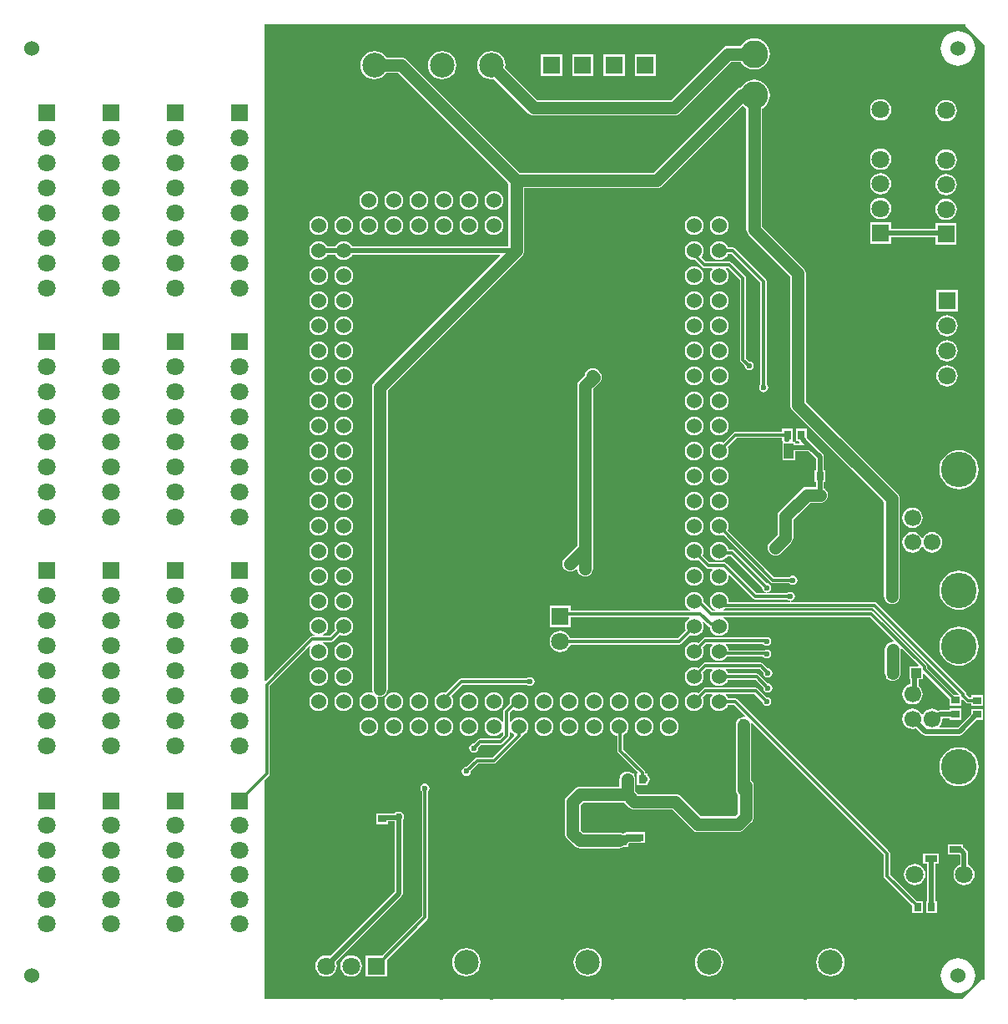
<source format=gbl>
G04*
G04 #@! TF.GenerationSoftware,Altium Limited,Altium Designer,20.0.2 (26)*
G04*
G04 Layer_Physical_Order=2*
G04 Layer_Color=13391121*
%FSLAX25Y25*%
%MOIN*%
G70*
G01*
G75*
%ADD14C,0.01200*%
%ADD44R,0.03150X0.03543*%
%ADD45R,0.03543X0.03150*%
%ADD46R,0.06102X0.03937*%
%ADD56C,0.05000*%
%ADD58C,0.02000*%
%ADD61C,0.07087*%
%ADD62R,0.07087X0.07087*%
%ADD63C,0.09843*%
%ADD64C,0.06000*%
%ADD65R,0.07087X0.07087*%
%ADD66C,0.11024*%
%ADD67C,0.14173*%
%ADD68C,0.06693*%
%ADD69C,0.02362*%
%ADD70C,0.03000*%
%ADD71C,0.02500*%
%ADD72R,0.04921X0.02756*%
%ADD73R,0.03937X0.03937*%
%ADD74R,0.03937X0.06102*%
%ADD75C,0.04724*%
%ADD76C,0.03000*%
G36*
X385000Y-3000D02*
X392500Y-10500D01*
Y-383500D01*
X391500D01*
X383500Y-391000D01*
X105000Y-391000D01*
Y-303730D01*
X106604Y-302127D01*
X106869Y-301730D01*
X106962Y-301261D01*
Y-266268D01*
X122861Y-250370D01*
X123268Y-250634D01*
X122895Y-251534D01*
X122768Y-252500D01*
X122895Y-253466D01*
X123268Y-254366D01*
X123861Y-255139D01*
X124634Y-255732D01*
X125534Y-256105D01*
X126500Y-256232D01*
X127466Y-256105D01*
X128366Y-255732D01*
X129139Y-255139D01*
X129732Y-254366D01*
X130105Y-253466D01*
X130232Y-252500D01*
X130105Y-251534D01*
X129732Y-250634D01*
X129139Y-249861D01*
X128366Y-249268D01*
X128258Y-249223D01*
X128358Y-248724D01*
X131500D01*
X131968Y-248630D01*
X132365Y-248365D01*
X134892Y-245839D01*
X135534Y-246105D01*
X136500Y-246232D01*
X137466Y-246105D01*
X138366Y-245732D01*
X139139Y-245139D01*
X139732Y-244366D01*
X140105Y-243466D01*
X140232Y-242500D01*
X140105Y-241534D01*
X139732Y-240634D01*
X139139Y-239861D01*
X138366Y-239268D01*
X137466Y-238895D01*
X136500Y-238768D01*
X135534Y-238895D01*
X134634Y-239268D01*
X133861Y-239861D01*
X133268Y-240634D01*
X132895Y-241534D01*
X132768Y-242500D01*
X132895Y-243466D01*
X133161Y-244108D01*
X130993Y-246276D01*
X128358D01*
X128258Y-245777D01*
X128366Y-245732D01*
X129139Y-245139D01*
X129732Y-244366D01*
X130105Y-243466D01*
X130232Y-242500D01*
X130105Y-241534D01*
X129732Y-240634D01*
X129139Y-239861D01*
X128366Y-239268D01*
X127466Y-238895D01*
X126500Y-238768D01*
X125534Y-238895D01*
X124634Y-239268D01*
X123861Y-239861D01*
X123268Y-240634D01*
X122895Y-241534D01*
X122768Y-242500D01*
X122895Y-243466D01*
X123268Y-244366D01*
X123861Y-245139D01*
X124634Y-245732D01*
X124742Y-245777D01*
X124642Y-246276D01*
X124000D01*
X123532Y-246370D01*
X123135Y-246635D01*
X105462Y-264308D01*
X105000Y-264116D01*
X105000Y-2000D01*
X385000Y-2000D01*
Y-3000D01*
D02*
G37*
%LPC*%
G36*
X381890Y-4888D02*
X380539Y-5021D01*
X379240Y-5415D01*
X378044Y-6055D01*
X376994Y-6916D01*
X376133Y-7965D01*
X375494Y-9162D01*
X375100Y-10460D01*
X374967Y-11811D01*
X375100Y-13162D01*
X375494Y-14460D01*
X376133Y-15657D01*
X376994Y-16706D01*
X378044Y-17567D01*
X379240Y-18207D01*
X380539Y-18601D01*
X381890Y-18734D01*
X383240Y-18601D01*
X384539Y-18207D01*
X385736Y-17567D01*
X386785Y-16706D01*
X387646Y-15657D01*
X388286Y-14460D01*
X388680Y-13162D01*
X388813Y-11811D01*
X388680Y-10460D01*
X388286Y-9162D01*
X387646Y-7965D01*
X386785Y-6916D01*
X385736Y-6055D01*
X384539Y-5415D01*
X383240Y-5021D01*
X381890Y-4888D01*
D02*
G37*
G36*
X261243Y-14296D02*
X252757D01*
Y-22782D01*
X261243D01*
Y-14296D01*
D02*
G37*
G36*
X248743D02*
X240257D01*
Y-22782D01*
X248743D01*
Y-14296D01*
D02*
G37*
G36*
X236243D02*
X227757D01*
Y-22782D01*
X236243D01*
Y-14296D01*
D02*
G37*
G36*
X223743D02*
X215257D01*
Y-22782D01*
X223743D01*
Y-14296D01*
D02*
G37*
G36*
X175816Y-12830D02*
X174349Y-13023D01*
X172982Y-13590D01*
X171807Y-14491D01*
X170906Y-15665D01*
X170340Y-17033D01*
X170147Y-18500D01*
X170340Y-19967D01*
X170906Y-21335D01*
X171807Y-22509D01*
X172982Y-23410D01*
X174349Y-23977D01*
X175816Y-24170D01*
X177284Y-23977D01*
X178651Y-23410D01*
X179826Y-22509D01*
X180727Y-21335D01*
X181293Y-19967D01*
X181486Y-18500D01*
X181293Y-17033D01*
X180727Y-15665D01*
X179826Y-14491D01*
X178651Y-13590D01*
X177284Y-13023D01*
X175816Y-12830D01*
D02*
G37*
G36*
X300500Y-7758D02*
X299282Y-7878D01*
X298111Y-8233D01*
X297032Y-8810D01*
X296086Y-9586D01*
X295310Y-10532D01*
X295128Y-10873D01*
X290000D01*
X289191Y-10980D01*
X288437Y-11292D01*
X287789Y-11789D01*
X267205Y-32373D01*
X213797D01*
X201026Y-19603D01*
X201171Y-18500D01*
X200978Y-17033D01*
X200412Y-15665D01*
X199511Y-14491D01*
X198336Y-13590D01*
X196969Y-13023D01*
X195501Y-12830D01*
X194034Y-13023D01*
X192667Y-13590D01*
X191492Y-14491D01*
X190591Y-15665D01*
X190025Y-17033D01*
X189832Y-18500D01*
X190025Y-19967D01*
X190591Y-21335D01*
X191492Y-22509D01*
X192667Y-23410D01*
X194034Y-23977D01*
X195501Y-24170D01*
X196604Y-24025D01*
X210291Y-37711D01*
X210938Y-38208D01*
X211692Y-38520D01*
X212501Y-38627D01*
X212502Y-38627D01*
X268500D01*
X268500Y-38627D01*
X268905Y-38574D01*
X269309Y-38520D01*
X270063Y-38208D01*
X270711Y-37711D01*
X291295Y-17127D01*
X295128D01*
X295310Y-17468D01*
X296086Y-18414D01*
X297032Y-19190D01*
X298111Y-19767D01*
X299282Y-20122D01*
X300500Y-20242D01*
X301718Y-20122D01*
X302889Y-19767D01*
X303968Y-19190D01*
X304914Y-18414D01*
X305690Y-17468D01*
X306267Y-16389D01*
X306622Y-15218D01*
X306742Y-14000D01*
X306622Y-12782D01*
X306267Y-11611D01*
X305690Y-10532D01*
X304914Y-9586D01*
X303968Y-8810D01*
X302889Y-8233D01*
X301718Y-7878D01*
X300500Y-7758D01*
D02*
G37*
G36*
X351000Y-32035D02*
X349892Y-32181D01*
X348860Y-32609D01*
X347974Y-33289D01*
X347293Y-34175D01*
X346866Y-35207D01*
X346720Y-36315D01*
X346866Y-37423D01*
X347293Y-38455D01*
X347974Y-39341D01*
X348860Y-40021D01*
X349892Y-40449D01*
X351000Y-40595D01*
X352108Y-40449D01*
X353140Y-40021D01*
X354026Y-39341D01*
X354707Y-38455D01*
X355134Y-37423D01*
X355280Y-36315D01*
X355134Y-35207D01*
X354707Y-34175D01*
X354026Y-33289D01*
X353140Y-32609D01*
X352108Y-32181D01*
X351000Y-32035D01*
D02*
G37*
G36*
X377110Y-32377D02*
X376002Y-32523D01*
X374970Y-32950D01*
X374083Y-33631D01*
X373403Y-34517D01*
X372976Y-35549D01*
X372830Y-36657D01*
X372976Y-37765D01*
X373403Y-38797D01*
X374083Y-39683D01*
X374970Y-40363D01*
X376002Y-40791D01*
X377110Y-40937D01*
X378218Y-40791D01*
X379250Y-40363D01*
X380136Y-39683D01*
X380816Y-38797D01*
X381244Y-37765D01*
X381390Y-36657D01*
X381244Y-35549D01*
X380816Y-34517D01*
X380136Y-33631D01*
X379250Y-32950D01*
X378218Y-32523D01*
X377110Y-32377D01*
D02*
G37*
G36*
X351000Y-51720D02*
X349892Y-51866D01*
X348860Y-52293D01*
X347974Y-52974D01*
X347293Y-53860D01*
X346866Y-54892D01*
X346720Y-56000D01*
X346866Y-57108D01*
X347293Y-58140D01*
X347974Y-59026D01*
X348860Y-59706D01*
X349892Y-60134D01*
X351000Y-60280D01*
X352108Y-60134D01*
X353140Y-59706D01*
X354026Y-59026D01*
X354707Y-58140D01*
X355134Y-57108D01*
X355280Y-56000D01*
X355134Y-54892D01*
X354707Y-53860D01*
X354026Y-52974D01*
X353140Y-52293D01*
X352108Y-51866D01*
X351000Y-51720D01*
D02*
G37*
G36*
X377110Y-52062D02*
X376002Y-52208D01*
X374970Y-52636D01*
X374083Y-53316D01*
X373403Y-54202D01*
X372976Y-55234D01*
X372830Y-56342D01*
X372976Y-57450D01*
X373403Y-58482D01*
X374083Y-59368D01*
X374970Y-60049D01*
X376002Y-60476D01*
X377110Y-60622D01*
X378218Y-60476D01*
X379250Y-60049D01*
X380136Y-59368D01*
X380816Y-58482D01*
X381244Y-57450D01*
X381390Y-56342D01*
X381244Y-55234D01*
X380816Y-54202D01*
X380136Y-53316D01*
X379250Y-52636D01*
X378218Y-52208D01*
X377110Y-52062D01*
D02*
G37*
G36*
X351000Y-61563D02*
X349892Y-61709D01*
X348860Y-62137D01*
X347974Y-62817D01*
X347293Y-63703D01*
X346866Y-64735D01*
X346720Y-65843D01*
X346866Y-66951D01*
X347293Y-67983D01*
X347974Y-68869D01*
X348860Y-69550D01*
X349892Y-69977D01*
X351000Y-70123D01*
X352108Y-69977D01*
X353140Y-69550D01*
X354026Y-68869D01*
X354707Y-67983D01*
X355134Y-66951D01*
X355280Y-65843D01*
X355134Y-64735D01*
X354707Y-63703D01*
X354026Y-62817D01*
X353140Y-62137D01*
X352108Y-61709D01*
X351000Y-61563D01*
D02*
G37*
G36*
X377110Y-61905D02*
X376002Y-62051D01*
X374970Y-62479D01*
X374083Y-63159D01*
X373403Y-64045D01*
X372976Y-65077D01*
X372830Y-66185D01*
X372976Y-67293D01*
X373403Y-68325D01*
X374083Y-69211D01*
X374970Y-69892D01*
X376002Y-70319D01*
X377110Y-70465D01*
X378218Y-70319D01*
X379250Y-69892D01*
X380136Y-69211D01*
X380816Y-68325D01*
X381244Y-67293D01*
X381390Y-66185D01*
X381244Y-65077D01*
X380816Y-64045D01*
X380136Y-63159D01*
X379250Y-62479D01*
X378218Y-62051D01*
X377110Y-61905D01*
D02*
G37*
G36*
X196500Y-68768D02*
X195534Y-68895D01*
X194634Y-69268D01*
X193861Y-69861D01*
X193268Y-70634D01*
X192895Y-71534D01*
X192768Y-72500D01*
X192895Y-73466D01*
X193268Y-74366D01*
X193861Y-75139D01*
X194634Y-75732D01*
X195534Y-76105D01*
X196500Y-76232D01*
X197466Y-76105D01*
X198366Y-75732D01*
X199139Y-75139D01*
X199732Y-74366D01*
X200105Y-73466D01*
X200232Y-72500D01*
X200105Y-71534D01*
X199732Y-70634D01*
X199139Y-69861D01*
X198366Y-69268D01*
X197466Y-68895D01*
X196500Y-68768D01*
D02*
G37*
G36*
X186500D02*
X185534Y-68895D01*
X184634Y-69268D01*
X183861Y-69861D01*
X183268Y-70634D01*
X182895Y-71534D01*
X182768Y-72500D01*
X182895Y-73466D01*
X183268Y-74366D01*
X183861Y-75139D01*
X184634Y-75732D01*
X185534Y-76105D01*
X186500Y-76232D01*
X187466Y-76105D01*
X188366Y-75732D01*
X189139Y-75139D01*
X189732Y-74366D01*
X190105Y-73466D01*
X190232Y-72500D01*
X190105Y-71534D01*
X189732Y-70634D01*
X189139Y-69861D01*
X188366Y-69268D01*
X187466Y-68895D01*
X186500Y-68768D01*
D02*
G37*
G36*
X176500D02*
X175534Y-68895D01*
X174634Y-69268D01*
X173861Y-69861D01*
X173268Y-70634D01*
X172895Y-71534D01*
X172768Y-72500D01*
X172895Y-73466D01*
X173268Y-74366D01*
X173861Y-75139D01*
X174634Y-75732D01*
X175534Y-76105D01*
X176500Y-76232D01*
X177466Y-76105D01*
X178366Y-75732D01*
X179139Y-75139D01*
X179732Y-74366D01*
X180105Y-73466D01*
X180232Y-72500D01*
X180105Y-71534D01*
X179732Y-70634D01*
X179139Y-69861D01*
X178366Y-69268D01*
X177466Y-68895D01*
X176500Y-68768D01*
D02*
G37*
G36*
X166500D02*
X165534Y-68895D01*
X164634Y-69268D01*
X163861Y-69861D01*
X163268Y-70634D01*
X162895Y-71534D01*
X162768Y-72500D01*
X162895Y-73466D01*
X163268Y-74366D01*
X163861Y-75139D01*
X164634Y-75732D01*
X165534Y-76105D01*
X166500Y-76232D01*
X167466Y-76105D01*
X168366Y-75732D01*
X169139Y-75139D01*
X169732Y-74366D01*
X170105Y-73466D01*
X170232Y-72500D01*
X170105Y-71534D01*
X169732Y-70634D01*
X169139Y-69861D01*
X168366Y-69268D01*
X167466Y-68895D01*
X166500Y-68768D01*
D02*
G37*
G36*
X156500D02*
X155534Y-68895D01*
X154634Y-69268D01*
X153861Y-69861D01*
X153268Y-70634D01*
X152895Y-71534D01*
X152768Y-72500D01*
X152895Y-73466D01*
X153268Y-74366D01*
X153861Y-75139D01*
X154634Y-75732D01*
X155534Y-76105D01*
X156500Y-76232D01*
X157466Y-76105D01*
X158366Y-75732D01*
X159139Y-75139D01*
X159732Y-74366D01*
X160105Y-73466D01*
X160232Y-72500D01*
X160105Y-71534D01*
X159732Y-70634D01*
X159139Y-69861D01*
X158366Y-69268D01*
X157466Y-68895D01*
X156500Y-68768D01*
D02*
G37*
G36*
X146500D02*
X145534Y-68895D01*
X144634Y-69268D01*
X143861Y-69861D01*
X143268Y-70634D01*
X142895Y-71534D01*
X142768Y-72500D01*
X142895Y-73466D01*
X143268Y-74366D01*
X143861Y-75139D01*
X144634Y-75732D01*
X145534Y-76105D01*
X146500Y-76232D01*
X147466Y-76105D01*
X148366Y-75732D01*
X149139Y-75139D01*
X149732Y-74366D01*
X150105Y-73466D01*
X150232Y-72500D01*
X150105Y-71534D01*
X149732Y-70634D01*
X149139Y-69861D01*
X148366Y-69268D01*
X147466Y-68895D01*
X146500Y-68768D01*
D02*
G37*
G36*
X351000Y-71405D02*
X349892Y-71551D01*
X348860Y-71978D01*
X347974Y-72659D01*
X347293Y-73545D01*
X346866Y-74577D01*
X346720Y-75685D01*
X346866Y-76793D01*
X347293Y-77825D01*
X347974Y-78711D01*
X348860Y-79391D01*
X349892Y-79819D01*
X351000Y-79965D01*
X352108Y-79819D01*
X353140Y-79391D01*
X354026Y-78711D01*
X354707Y-77825D01*
X355134Y-76793D01*
X355280Y-75685D01*
X355134Y-74577D01*
X354707Y-73545D01*
X354026Y-72659D01*
X353140Y-71978D01*
X352108Y-71551D01*
X351000Y-71405D01*
D02*
G37*
G36*
X377110Y-71747D02*
X376002Y-71893D01*
X374970Y-72320D01*
X374083Y-73001D01*
X373403Y-73887D01*
X372976Y-74919D01*
X372830Y-76027D01*
X372976Y-77135D01*
X373403Y-78167D01*
X374083Y-79053D01*
X374970Y-79734D01*
X376002Y-80161D01*
X377110Y-80307D01*
X378218Y-80161D01*
X379250Y-79734D01*
X380136Y-79053D01*
X380816Y-78167D01*
X381244Y-77135D01*
X381390Y-76027D01*
X381244Y-74919D01*
X380816Y-73887D01*
X380136Y-73001D01*
X379250Y-72320D01*
X378218Y-71893D01*
X377110Y-71747D01*
D02*
G37*
G36*
X286500Y-78768D02*
X285534Y-78895D01*
X284634Y-79268D01*
X283861Y-79861D01*
X283268Y-80634D01*
X282895Y-81534D01*
X282768Y-82500D01*
X282895Y-83466D01*
X283268Y-84366D01*
X283861Y-85139D01*
X284634Y-85732D01*
X285534Y-86105D01*
X286500Y-86232D01*
X287466Y-86105D01*
X288366Y-85732D01*
X289139Y-85139D01*
X289732Y-84366D01*
X290105Y-83466D01*
X290232Y-82500D01*
X290105Y-81534D01*
X289732Y-80634D01*
X289139Y-79861D01*
X288366Y-79268D01*
X287466Y-78895D01*
X286500Y-78768D01*
D02*
G37*
G36*
X276500D02*
X275534Y-78895D01*
X274634Y-79268D01*
X273861Y-79861D01*
X273268Y-80634D01*
X272895Y-81534D01*
X272768Y-82500D01*
X272895Y-83466D01*
X273268Y-84366D01*
X273861Y-85139D01*
X274634Y-85732D01*
X275534Y-86105D01*
X276500Y-86232D01*
X277466Y-86105D01*
X278366Y-85732D01*
X279139Y-85139D01*
X279732Y-84366D01*
X280105Y-83466D01*
X280232Y-82500D01*
X280105Y-81534D01*
X279732Y-80634D01*
X279139Y-79861D01*
X278366Y-79268D01*
X277466Y-78895D01*
X276500Y-78768D01*
D02*
G37*
G36*
X196500D02*
X195534Y-78895D01*
X194634Y-79268D01*
X193861Y-79861D01*
X193268Y-80634D01*
X192895Y-81534D01*
X192768Y-82500D01*
X192895Y-83466D01*
X193268Y-84366D01*
X193861Y-85139D01*
X194634Y-85732D01*
X195534Y-86105D01*
X196500Y-86232D01*
X197466Y-86105D01*
X198366Y-85732D01*
X199139Y-85139D01*
X199732Y-84366D01*
X200105Y-83466D01*
X200232Y-82500D01*
X200105Y-81534D01*
X199732Y-80634D01*
X199139Y-79861D01*
X198366Y-79268D01*
X197466Y-78895D01*
X196500Y-78768D01*
D02*
G37*
G36*
X186500D02*
X185534Y-78895D01*
X184634Y-79268D01*
X183861Y-79861D01*
X183268Y-80634D01*
X182895Y-81534D01*
X182768Y-82500D01*
X182895Y-83466D01*
X183268Y-84366D01*
X183861Y-85139D01*
X184634Y-85732D01*
X185534Y-86105D01*
X186500Y-86232D01*
X187466Y-86105D01*
X188366Y-85732D01*
X189139Y-85139D01*
X189732Y-84366D01*
X190105Y-83466D01*
X190232Y-82500D01*
X190105Y-81534D01*
X189732Y-80634D01*
X189139Y-79861D01*
X188366Y-79268D01*
X187466Y-78895D01*
X186500Y-78768D01*
D02*
G37*
G36*
X176500D02*
X175534Y-78895D01*
X174634Y-79268D01*
X173861Y-79861D01*
X173268Y-80634D01*
X172895Y-81534D01*
X172768Y-82500D01*
X172895Y-83466D01*
X173268Y-84366D01*
X173861Y-85139D01*
X174634Y-85732D01*
X175534Y-86105D01*
X176500Y-86232D01*
X177466Y-86105D01*
X178366Y-85732D01*
X179139Y-85139D01*
X179732Y-84366D01*
X180105Y-83466D01*
X180232Y-82500D01*
X180105Y-81534D01*
X179732Y-80634D01*
X179139Y-79861D01*
X178366Y-79268D01*
X177466Y-78895D01*
X176500Y-78768D01*
D02*
G37*
G36*
X166500D02*
X165534Y-78895D01*
X164634Y-79268D01*
X163861Y-79861D01*
X163268Y-80634D01*
X162895Y-81534D01*
X162768Y-82500D01*
X162895Y-83466D01*
X163268Y-84366D01*
X163861Y-85139D01*
X164634Y-85732D01*
X165534Y-86105D01*
X166500Y-86232D01*
X167466Y-86105D01*
X168366Y-85732D01*
X169139Y-85139D01*
X169732Y-84366D01*
X170105Y-83466D01*
X170232Y-82500D01*
X170105Y-81534D01*
X169732Y-80634D01*
X169139Y-79861D01*
X168366Y-79268D01*
X167466Y-78895D01*
X166500Y-78768D01*
D02*
G37*
G36*
X156500D02*
X155534Y-78895D01*
X154634Y-79268D01*
X153861Y-79861D01*
X153268Y-80634D01*
X152895Y-81534D01*
X152768Y-82500D01*
X152895Y-83466D01*
X153268Y-84366D01*
X153861Y-85139D01*
X154634Y-85732D01*
X155534Y-86105D01*
X156500Y-86232D01*
X157466Y-86105D01*
X158366Y-85732D01*
X159139Y-85139D01*
X159732Y-84366D01*
X160105Y-83466D01*
X160232Y-82500D01*
X160105Y-81534D01*
X159732Y-80634D01*
X159139Y-79861D01*
X158366Y-79268D01*
X157466Y-78895D01*
X156500Y-78768D01*
D02*
G37*
G36*
X146500D02*
X145534Y-78895D01*
X144634Y-79268D01*
X143861Y-79861D01*
X143268Y-80634D01*
X142895Y-81534D01*
X142768Y-82500D01*
X142895Y-83466D01*
X143268Y-84366D01*
X143861Y-85139D01*
X144634Y-85732D01*
X145534Y-86105D01*
X146500Y-86232D01*
X147466Y-86105D01*
X148366Y-85732D01*
X149139Y-85139D01*
X149732Y-84366D01*
X150105Y-83466D01*
X150232Y-82500D01*
X150105Y-81534D01*
X149732Y-80634D01*
X149139Y-79861D01*
X148366Y-79268D01*
X147466Y-78895D01*
X146500Y-78768D01*
D02*
G37*
G36*
X136500D02*
X135534Y-78895D01*
X134634Y-79268D01*
X133861Y-79861D01*
X133268Y-80634D01*
X132895Y-81534D01*
X132768Y-82500D01*
X132895Y-83466D01*
X133268Y-84366D01*
X133861Y-85139D01*
X134634Y-85732D01*
X135534Y-86105D01*
X136500Y-86232D01*
X137466Y-86105D01*
X138366Y-85732D01*
X139139Y-85139D01*
X139732Y-84366D01*
X140105Y-83466D01*
X140232Y-82500D01*
X140105Y-81534D01*
X139732Y-80634D01*
X139139Y-79861D01*
X138366Y-79268D01*
X137466Y-78895D01*
X136500Y-78768D01*
D02*
G37*
G36*
X126500D02*
X125534Y-78895D01*
X124634Y-79268D01*
X123861Y-79861D01*
X123268Y-80634D01*
X122895Y-81534D01*
X122768Y-82500D01*
X122895Y-83466D01*
X123268Y-84366D01*
X123861Y-85139D01*
X124634Y-85732D01*
X125534Y-86105D01*
X126500Y-86232D01*
X127466Y-86105D01*
X128366Y-85732D01*
X129139Y-85139D01*
X129732Y-84366D01*
X130105Y-83466D01*
X130232Y-82500D01*
X130105Y-81534D01*
X129732Y-80634D01*
X129139Y-79861D01*
X128366Y-79268D01*
X127466Y-78895D01*
X126500Y-78768D01*
D02*
G37*
G36*
X355237Y-81293D02*
X346751D01*
Y-89779D01*
X355237D01*
Y-87167D01*
X372861D01*
Y-90121D01*
X381347D01*
Y-81635D01*
X372861D01*
Y-83905D01*
X355237D01*
Y-81293D01*
D02*
G37*
G36*
X276500Y-98768D02*
X275534Y-98895D01*
X274634Y-99268D01*
X273861Y-99861D01*
X273268Y-100634D01*
X272895Y-101534D01*
X272768Y-102500D01*
X272895Y-103466D01*
X273268Y-104366D01*
X273861Y-105139D01*
X274634Y-105732D01*
X275534Y-106105D01*
X276500Y-106232D01*
X277466Y-106105D01*
X278366Y-105732D01*
X279139Y-105139D01*
X279732Y-104366D01*
X280105Y-103466D01*
X280232Y-102500D01*
X280105Y-101534D01*
X279732Y-100634D01*
X279139Y-99861D01*
X278366Y-99268D01*
X277466Y-98895D01*
X276500Y-98768D01*
D02*
G37*
G36*
X136500D02*
X135534Y-98895D01*
X134634Y-99268D01*
X133861Y-99861D01*
X133268Y-100634D01*
X132895Y-101534D01*
X132768Y-102500D01*
X132895Y-103466D01*
X133268Y-104366D01*
X133861Y-105139D01*
X134634Y-105732D01*
X135534Y-106105D01*
X136500Y-106232D01*
X137466Y-106105D01*
X138366Y-105732D01*
X139139Y-105139D01*
X139732Y-104366D01*
X140105Y-103466D01*
X140232Y-102500D01*
X140105Y-101534D01*
X139732Y-100634D01*
X139139Y-99861D01*
X138366Y-99268D01*
X137466Y-98895D01*
X136500Y-98768D01*
D02*
G37*
G36*
X126500D02*
X125534Y-98895D01*
X124634Y-99268D01*
X123861Y-99861D01*
X123268Y-100634D01*
X122895Y-101534D01*
X122768Y-102500D01*
X122895Y-103466D01*
X123268Y-104366D01*
X123861Y-105139D01*
X124634Y-105732D01*
X125534Y-106105D01*
X126500Y-106232D01*
X127466Y-106105D01*
X128366Y-105732D01*
X129139Y-105139D01*
X129732Y-104366D01*
X130105Y-103466D01*
X130232Y-102500D01*
X130105Y-101534D01*
X129732Y-100634D01*
X129139Y-99861D01*
X128366Y-99268D01*
X127466Y-98895D01*
X126500Y-98768D01*
D02*
G37*
G36*
X286500Y-108768D02*
X285534Y-108895D01*
X284634Y-109268D01*
X283861Y-109861D01*
X283268Y-110634D01*
X282895Y-111534D01*
X282768Y-112500D01*
X282895Y-113466D01*
X283268Y-114366D01*
X283861Y-115139D01*
X284634Y-115732D01*
X285534Y-116105D01*
X286500Y-116232D01*
X287466Y-116105D01*
X288366Y-115732D01*
X289139Y-115139D01*
X289732Y-114366D01*
X290105Y-113466D01*
X290232Y-112500D01*
X290105Y-111534D01*
X289732Y-110634D01*
X289139Y-109861D01*
X288366Y-109268D01*
X287466Y-108895D01*
X286500Y-108768D01*
D02*
G37*
G36*
X276500D02*
X275534Y-108895D01*
X274634Y-109268D01*
X273861Y-109861D01*
X273268Y-110634D01*
X272895Y-111534D01*
X272768Y-112500D01*
X272895Y-113466D01*
X273268Y-114366D01*
X273861Y-115139D01*
X274634Y-115732D01*
X275534Y-116105D01*
X276500Y-116232D01*
X277466Y-116105D01*
X278366Y-115732D01*
X279139Y-115139D01*
X279732Y-114366D01*
X280105Y-113466D01*
X280232Y-112500D01*
X280105Y-111534D01*
X279732Y-110634D01*
X279139Y-109861D01*
X278366Y-109268D01*
X277466Y-108895D01*
X276500Y-108768D01*
D02*
G37*
G36*
X136500D02*
X135534Y-108895D01*
X134634Y-109268D01*
X133861Y-109861D01*
X133268Y-110634D01*
X132895Y-111534D01*
X132768Y-112500D01*
X132895Y-113466D01*
X133268Y-114366D01*
X133861Y-115139D01*
X134634Y-115732D01*
X135534Y-116105D01*
X136500Y-116232D01*
X137466Y-116105D01*
X138366Y-115732D01*
X139139Y-115139D01*
X139732Y-114366D01*
X140105Y-113466D01*
X140232Y-112500D01*
X140105Y-111534D01*
X139732Y-110634D01*
X139139Y-109861D01*
X138366Y-109268D01*
X137466Y-108895D01*
X136500Y-108768D01*
D02*
G37*
G36*
X126500D02*
X125534Y-108895D01*
X124634Y-109268D01*
X123861Y-109861D01*
X123268Y-110634D01*
X122895Y-111534D01*
X122768Y-112500D01*
X122895Y-113466D01*
X123268Y-114366D01*
X123861Y-115139D01*
X124634Y-115732D01*
X125534Y-116105D01*
X126500Y-116232D01*
X127466Y-116105D01*
X128366Y-115732D01*
X129139Y-115139D01*
X129732Y-114366D01*
X130105Y-113466D01*
X130232Y-112500D01*
X130105Y-111534D01*
X129732Y-110634D01*
X129139Y-109861D01*
X128366Y-109268D01*
X127466Y-108895D01*
X126500Y-108768D01*
D02*
G37*
G36*
X381743Y-108257D02*
X373257D01*
Y-116743D01*
X381743D01*
Y-108257D01*
D02*
G37*
G36*
X286500Y-118768D02*
X285534Y-118895D01*
X284634Y-119268D01*
X283861Y-119861D01*
X283268Y-120634D01*
X282895Y-121534D01*
X282768Y-122500D01*
X282895Y-123466D01*
X283268Y-124366D01*
X283861Y-125139D01*
X284634Y-125732D01*
X285534Y-126105D01*
X286500Y-126232D01*
X287466Y-126105D01*
X288366Y-125732D01*
X289139Y-125139D01*
X289732Y-124366D01*
X290105Y-123466D01*
X290232Y-122500D01*
X290105Y-121534D01*
X289732Y-120634D01*
X289139Y-119861D01*
X288366Y-119268D01*
X287466Y-118895D01*
X286500Y-118768D01*
D02*
G37*
G36*
X276500D02*
X275534Y-118895D01*
X274634Y-119268D01*
X273861Y-119861D01*
X273268Y-120634D01*
X272895Y-121534D01*
X272768Y-122500D01*
X272895Y-123466D01*
X273268Y-124366D01*
X273861Y-125139D01*
X274634Y-125732D01*
X275534Y-126105D01*
X276500Y-126232D01*
X277466Y-126105D01*
X278366Y-125732D01*
X279139Y-125139D01*
X279732Y-124366D01*
X280105Y-123466D01*
X280232Y-122500D01*
X280105Y-121534D01*
X279732Y-120634D01*
X279139Y-119861D01*
X278366Y-119268D01*
X277466Y-118895D01*
X276500Y-118768D01*
D02*
G37*
G36*
X136500D02*
X135534Y-118895D01*
X134634Y-119268D01*
X133861Y-119861D01*
X133268Y-120634D01*
X132895Y-121534D01*
X132768Y-122500D01*
X132895Y-123466D01*
X133268Y-124366D01*
X133861Y-125139D01*
X134634Y-125732D01*
X135534Y-126105D01*
X136500Y-126232D01*
X137466Y-126105D01*
X138366Y-125732D01*
X139139Y-125139D01*
X139732Y-124366D01*
X140105Y-123466D01*
X140232Y-122500D01*
X140105Y-121534D01*
X139732Y-120634D01*
X139139Y-119861D01*
X138366Y-119268D01*
X137466Y-118895D01*
X136500Y-118768D01*
D02*
G37*
G36*
X126500D02*
X125534Y-118895D01*
X124634Y-119268D01*
X123861Y-119861D01*
X123268Y-120634D01*
X122895Y-121534D01*
X122768Y-122500D01*
X122895Y-123466D01*
X123268Y-124366D01*
X123861Y-125139D01*
X124634Y-125732D01*
X125534Y-126105D01*
X126500Y-126232D01*
X127466Y-126105D01*
X128366Y-125732D01*
X129139Y-125139D01*
X129732Y-124366D01*
X130105Y-123466D01*
X130232Y-122500D01*
X130105Y-121534D01*
X129732Y-120634D01*
X129139Y-119861D01*
X128366Y-119268D01*
X127466Y-118895D01*
X126500Y-118768D01*
D02*
G37*
G36*
X377500Y-118220D02*
X376392Y-118366D01*
X375360Y-118793D01*
X374474Y-119474D01*
X373794Y-120360D01*
X373366Y-121392D01*
X373220Y-122500D01*
X373366Y-123608D01*
X373794Y-124640D01*
X374474Y-125526D01*
X375360Y-126207D01*
X376392Y-126634D01*
X377500Y-126780D01*
X378608Y-126634D01*
X379640Y-126207D01*
X380526Y-125526D01*
X381206Y-124640D01*
X381634Y-123608D01*
X381780Y-122500D01*
X381634Y-121392D01*
X381206Y-120360D01*
X380526Y-119474D01*
X379640Y-118793D01*
X378608Y-118366D01*
X377500Y-118220D01*
D02*
G37*
G36*
X286500Y-128768D02*
X285534Y-128895D01*
X284634Y-129268D01*
X283861Y-129861D01*
X283268Y-130634D01*
X282895Y-131534D01*
X282768Y-132500D01*
X282895Y-133466D01*
X283268Y-134366D01*
X283861Y-135139D01*
X284634Y-135732D01*
X285534Y-136105D01*
X286500Y-136232D01*
X287466Y-136105D01*
X288366Y-135732D01*
X289139Y-135139D01*
X289732Y-134366D01*
X290105Y-133466D01*
X290232Y-132500D01*
X290105Y-131534D01*
X289732Y-130634D01*
X289139Y-129861D01*
X288366Y-129268D01*
X287466Y-128895D01*
X286500Y-128768D01*
D02*
G37*
G36*
X276500D02*
X275534Y-128895D01*
X274634Y-129268D01*
X273861Y-129861D01*
X273268Y-130634D01*
X272895Y-131534D01*
X272768Y-132500D01*
X272895Y-133466D01*
X273268Y-134366D01*
X273861Y-135139D01*
X274634Y-135732D01*
X275534Y-136105D01*
X276500Y-136232D01*
X277466Y-136105D01*
X278366Y-135732D01*
X279139Y-135139D01*
X279732Y-134366D01*
X280105Y-133466D01*
X280232Y-132500D01*
X280105Y-131534D01*
X279732Y-130634D01*
X279139Y-129861D01*
X278366Y-129268D01*
X277466Y-128895D01*
X276500Y-128768D01*
D02*
G37*
G36*
X136500D02*
X135534Y-128895D01*
X134634Y-129268D01*
X133861Y-129861D01*
X133268Y-130634D01*
X132895Y-131534D01*
X132768Y-132500D01*
X132895Y-133466D01*
X133268Y-134366D01*
X133861Y-135139D01*
X134634Y-135732D01*
X135534Y-136105D01*
X136500Y-136232D01*
X137466Y-136105D01*
X138366Y-135732D01*
X139139Y-135139D01*
X139732Y-134366D01*
X140105Y-133466D01*
X140232Y-132500D01*
X140105Y-131534D01*
X139732Y-130634D01*
X139139Y-129861D01*
X138366Y-129268D01*
X137466Y-128895D01*
X136500Y-128768D01*
D02*
G37*
G36*
X126500D02*
X125534Y-128895D01*
X124634Y-129268D01*
X123861Y-129861D01*
X123268Y-130634D01*
X122895Y-131534D01*
X122768Y-132500D01*
X122895Y-133466D01*
X123268Y-134366D01*
X123861Y-135139D01*
X124634Y-135732D01*
X125534Y-136105D01*
X126500Y-136232D01*
X127466Y-136105D01*
X128366Y-135732D01*
X129139Y-135139D01*
X129732Y-134366D01*
X130105Y-133466D01*
X130232Y-132500D01*
X130105Y-131534D01*
X129732Y-130634D01*
X129139Y-129861D01*
X128366Y-129268D01*
X127466Y-128895D01*
X126500Y-128768D01*
D02*
G37*
G36*
X377500Y-128220D02*
X376392Y-128366D01*
X375360Y-128794D01*
X374474Y-129474D01*
X373794Y-130360D01*
X373366Y-131392D01*
X373220Y-132500D01*
X373366Y-133608D01*
X373794Y-134640D01*
X374474Y-135526D01*
X375360Y-136206D01*
X376392Y-136634D01*
X377500Y-136780D01*
X378608Y-136634D01*
X379640Y-136206D01*
X380526Y-135526D01*
X381206Y-134640D01*
X381634Y-133608D01*
X381780Y-132500D01*
X381634Y-131392D01*
X381206Y-130360D01*
X380526Y-129474D01*
X379640Y-128794D01*
X378608Y-128366D01*
X377500Y-128220D01*
D02*
G37*
G36*
X276500Y-88768D02*
X275534Y-88895D01*
X274634Y-89268D01*
X273861Y-89861D01*
X273268Y-90634D01*
X272895Y-91534D01*
X272768Y-92500D01*
X272895Y-93466D01*
X273268Y-94366D01*
X273861Y-95139D01*
X274634Y-95732D01*
X275534Y-96105D01*
X276500Y-96232D01*
X276943Y-96174D01*
X279835Y-99065D01*
X280232Y-99330D01*
X280700Y-99423D01*
X283695D01*
X283813Y-99923D01*
X283268Y-100634D01*
X282895Y-101534D01*
X282768Y-102500D01*
X282895Y-103466D01*
X283268Y-104366D01*
X283861Y-105139D01*
X284634Y-105732D01*
X285534Y-106105D01*
X286500Y-106232D01*
X287466Y-106105D01*
X288366Y-105732D01*
X289139Y-105139D01*
X289732Y-104366D01*
X290105Y-103466D01*
X290232Y-102500D01*
X290105Y-101534D01*
X289732Y-100634D01*
X289187Y-99923D01*
X289305Y-99423D01*
X290193D01*
X294777Y-104007D01*
Y-136000D01*
X294870Y-136468D01*
X295135Y-136865D01*
X296698Y-138428D01*
X296684Y-138500D01*
X296822Y-139195D01*
X297216Y-139784D01*
X297805Y-140178D01*
X298500Y-140316D01*
X299195Y-140178D01*
X299784Y-139784D01*
X300178Y-139195D01*
X300316Y-138500D01*
X300178Y-137805D01*
X299784Y-137216D01*
X299195Y-136822D01*
X298500Y-136684D01*
X298429Y-136698D01*
X297223Y-135493D01*
Y-103500D01*
X297130Y-103032D01*
X296865Y-102635D01*
X291565Y-97335D01*
X291168Y-97070D01*
X290700Y-96977D01*
X281207D01*
X279239Y-95009D01*
X279732Y-94366D01*
X280105Y-93466D01*
X280232Y-92500D01*
X280105Y-91534D01*
X279732Y-90634D01*
X279139Y-89861D01*
X278366Y-89268D01*
X277466Y-88895D01*
X276500Y-88768D01*
D02*
G37*
G36*
X286500Y-138768D02*
X285534Y-138895D01*
X284634Y-139268D01*
X283861Y-139861D01*
X283268Y-140634D01*
X282895Y-141534D01*
X282768Y-142500D01*
X282895Y-143466D01*
X283268Y-144366D01*
X283861Y-145139D01*
X284634Y-145732D01*
X285534Y-146105D01*
X286500Y-146232D01*
X287466Y-146105D01*
X288366Y-145732D01*
X289139Y-145139D01*
X289732Y-144366D01*
X290105Y-143466D01*
X290232Y-142500D01*
X290105Y-141534D01*
X289732Y-140634D01*
X289139Y-139861D01*
X288366Y-139268D01*
X287466Y-138895D01*
X286500Y-138768D01*
D02*
G37*
G36*
X276500D02*
X275534Y-138895D01*
X274634Y-139268D01*
X273861Y-139861D01*
X273268Y-140634D01*
X272895Y-141534D01*
X272768Y-142500D01*
X272895Y-143466D01*
X273268Y-144366D01*
X273861Y-145139D01*
X274634Y-145732D01*
X275534Y-146105D01*
X276500Y-146232D01*
X277466Y-146105D01*
X278366Y-145732D01*
X279139Y-145139D01*
X279732Y-144366D01*
X280105Y-143466D01*
X280232Y-142500D01*
X280105Y-141534D01*
X279732Y-140634D01*
X279139Y-139861D01*
X278366Y-139268D01*
X277466Y-138895D01*
X276500Y-138768D01*
D02*
G37*
G36*
X136500D02*
X135534Y-138895D01*
X134634Y-139268D01*
X133861Y-139861D01*
X133268Y-140634D01*
X132895Y-141534D01*
X132768Y-142500D01*
X132895Y-143466D01*
X133268Y-144366D01*
X133861Y-145139D01*
X134634Y-145732D01*
X135534Y-146105D01*
X136500Y-146232D01*
X137466Y-146105D01*
X138366Y-145732D01*
X139139Y-145139D01*
X139732Y-144366D01*
X140105Y-143466D01*
X140232Y-142500D01*
X140105Y-141534D01*
X139732Y-140634D01*
X139139Y-139861D01*
X138366Y-139268D01*
X137466Y-138895D01*
X136500Y-138768D01*
D02*
G37*
G36*
X126500D02*
X125534Y-138895D01*
X124634Y-139268D01*
X123861Y-139861D01*
X123268Y-140634D01*
X122895Y-141534D01*
X122768Y-142500D01*
X122895Y-143466D01*
X123268Y-144366D01*
X123861Y-145139D01*
X124634Y-145732D01*
X125534Y-146105D01*
X126500Y-146232D01*
X127466Y-146105D01*
X128366Y-145732D01*
X129139Y-145139D01*
X129732Y-144366D01*
X130105Y-143466D01*
X130232Y-142500D01*
X130105Y-141534D01*
X129732Y-140634D01*
X129139Y-139861D01*
X128366Y-139268D01*
X127466Y-138895D01*
X126500Y-138768D01*
D02*
G37*
G36*
X377500Y-138220D02*
X376392Y-138366D01*
X375360Y-138794D01*
X374474Y-139474D01*
X373794Y-140360D01*
X373366Y-141392D01*
X373220Y-142500D01*
X373366Y-143608D01*
X373794Y-144640D01*
X374474Y-145526D01*
X375360Y-146206D01*
X376392Y-146634D01*
X377500Y-146780D01*
X378608Y-146634D01*
X379640Y-146206D01*
X380526Y-145526D01*
X381206Y-144640D01*
X381634Y-143608D01*
X381780Y-142500D01*
X381634Y-141392D01*
X381206Y-140360D01*
X380526Y-139474D01*
X379640Y-138794D01*
X378608Y-138366D01*
X377500Y-138220D01*
D02*
G37*
G36*
X286500Y-88768D02*
X285534Y-88895D01*
X284634Y-89268D01*
X283861Y-89861D01*
X283268Y-90634D01*
X282895Y-91534D01*
X282768Y-92500D01*
X282895Y-93466D01*
X283268Y-94366D01*
X283861Y-95139D01*
X284634Y-95732D01*
X285534Y-96105D01*
X286500Y-96232D01*
X287466Y-96105D01*
X288366Y-95732D01*
X289139Y-95139D01*
X289732Y-94366D01*
X289998Y-93723D01*
X291493D01*
X303020Y-105251D01*
Y-145898D01*
X302960Y-145938D01*
X302566Y-146527D01*
X302428Y-147222D01*
X302566Y-147917D01*
X302960Y-148506D01*
X303549Y-148900D01*
X304244Y-149038D01*
X304939Y-148900D01*
X305528Y-148506D01*
X305922Y-147917D01*
X306060Y-147222D01*
X305922Y-146527D01*
X305528Y-145938D01*
X305467Y-145898D01*
Y-104744D01*
X305374Y-104276D01*
X305109Y-103879D01*
X292865Y-91635D01*
X292468Y-91370D01*
X292000Y-91277D01*
X289998D01*
X289732Y-90634D01*
X289139Y-89861D01*
X288366Y-89268D01*
X287466Y-88895D01*
X286500Y-88768D01*
D02*
G37*
G36*
Y-148768D02*
X285534Y-148895D01*
X284634Y-149268D01*
X283861Y-149861D01*
X283268Y-150634D01*
X282895Y-151534D01*
X282768Y-152500D01*
X282895Y-153466D01*
X283268Y-154366D01*
X283861Y-155139D01*
X284634Y-155732D01*
X285534Y-156105D01*
X286500Y-156232D01*
X287466Y-156105D01*
X288366Y-155732D01*
X289139Y-155139D01*
X289732Y-154366D01*
X290105Y-153466D01*
X290232Y-152500D01*
X290105Y-151534D01*
X289732Y-150634D01*
X289139Y-149861D01*
X288366Y-149268D01*
X287466Y-148895D01*
X286500Y-148768D01*
D02*
G37*
G36*
X276500D02*
X275534Y-148895D01*
X274634Y-149268D01*
X273861Y-149861D01*
X273268Y-150634D01*
X272895Y-151534D01*
X272768Y-152500D01*
X272895Y-153466D01*
X273268Y-154366D01*
X273861Y-155139D01*
X274634Y-155732D01*
X275534Y-156105D01*
X276500Y-156232D01*
X277466Y-156105D01*
X278366Y-155732D01*
X279139Y-155139D01*
X279732Y-154366D01*
X280105Y-153466D01*
X280232Y-152500D01*
X280105Y-151534D01*
X279732Y-150634D01*
X279139Y-149861D01*
X278366Y-149268D01*
X277466Y-148895D01*
X276500Y-148768D01*
D02*
G37*
G36*
X136500D02*
X135534Y-148895D01*
X134634Y-149268D01*
X133861Y-149861D01*
X133268Y-150634D01*
X132895Y-151534D01*
X132768Y-152500D01*
X132895Y-153466D01*
X133268Y-154366D01*
X133861Y-155139D01*
X134634Y-155732D01*
X135534Y-156105D01*
X136500Y-156232D01*
X137466Y-156105D01*
X138366Y-155732D01*
X139139Y-155139D01*
X139732Y-154366D01*
X140105Y-153466D01*
X140232Y-152500D01*
X140105Y-151534D01*
X139732Y-150634D01*
X139139Y-149861D01*
X138366Y-149268D01*
X137466Y-148895D01*
X136500Y-148768D01*
D02*
G37*
G36*
X126500D02*
X125534Y-148895D01*
X124634Y-149268D01*
X123861Y-149861D01*
X123268Y-150634D01*
X122895Y-151534D01*
X122768Y-152500D01*
X122895Y-153466D01*
X123268Y-154366D01*
X123861Y-155139D01*
X124634Y-155732D01*
X125534Y-156105D01*
X126500Y-156232D01*
X127466Y-156105D01*
X128366Y-155732D01*
X129139Y-155139D01*
X129732Y-154366D01*
X130105Y-153466D01*
X130232Y-152500D01*
X130105Y-151534D01*
X129732Y-150634D01*
X129139Y-149861D01*
X128366Y-149268D01*
X127466Y-148895D01*
X126500Y-148768D01*
D02*
G37*
G36*
X286500Y-158768D02*
X285534Y-158895D01*
X284634Y-159268D01*
X283861Y-159861D01*
X283268Y-160634D01*
X282895Y-161534D01*
X282768Y-162500D01*
X282895Y-163466D01*
X283268Y-164366D01*
X283861Y-165139D01*
X284634Y-165732D01*
X285534Y-166105D01*
X286500Y-166232D01*
X287466Y-166105D01*
X288366Y-165732D01*
X289139Y-165139D01*
X289732Y-164366D01*
X290105Y-163466D01*
X290232Y-162500D01*
X290105Y-161534D01*
X289732Y-160634D01*
X289139Y-159861D01*
X288366Y-159268D01*
X287466Y-158895D01*
X286500Y-158768D01*
D02*
G37*
G36*
X276500D02*
X275534Y-158895D01*
X274634Y-159268D01*
X273861Y-159861D01*
X273268Y-160634D01*
X272895Y-161534D01*
X272768Y-162500D01*
X272895Y-163466D01*
X273268Y-164366D01*
X273861Y-165139D01*
X274634Y-165732D01*
X275534Y-166105D01*
X276500Y-166232D01*
X277466Y-166105D01*
X278366Y-165732D01*
X279139Y-165139D01*
X279732Y-164366D01*
X280105Y-163466D01*
X280232Y-162500D01*
X280105Y-161534D01*
X279732Y-160634D01*
X279139Y-159861D01*
X278366Y-159268D01*
X277466Y-158895D01*
X276500Y-158768D01*
D02*
G37*
G36*
X136500D02*
X135534Y-158895D01*
X134634Y-159268D01*
X133861Y-159861D01*
X133268Y-160634D01*
X132895Y-161534D01*
X132768Y-162500D01*
X132895Y-163466D01*
X133268Y-164366D01*
X133861Y-165139D01*
X134634Y-165732D01*
X135534Y-166105D01*
X136500Y-166232D01*
X137466Y-166105D01*
X138366Y-165732D01*
X139139Y-165139D01*
X139732Y-164366D01*
X140105Y-163466D01*
X140232Y-162500D01*
X140105Y-161534D01*
X139732Y-160634D01*
X139139Y-159861D01*
X138366Y-159268D01*
X137466Y-158895D01*
X136500Y-158768D01*
D02*
G37*
G36*
X126500D02*
X125534Y-158895D01*
X124634Y-159268D01*
X123861Y-159861D01*
X123268Y-160634D01*
X122895Y-161534D01*
X122768Y-162500D01*
X122895Y-163466D01*
X123268Y-164366D01*
X123861Y-165139D01*
X124634Y-165732D01*
X125534Y-166105D01*
X126500Y-166232D01*
X127466Y-166105D01*
X128366Y-165732D01*
X129139Y-165139D01*
X129732Y-164366D01*
X130105Y-163466D01*
X130232Y-162500D01*
X130105Y-161534D01*
X129732Y-160634D01*
X129139Y-159861D01*
X128366Y-159268D01*
X127466Y-158895D01*
X126500Y-158768D01*
D02*
G37*
G36*
X321430Y-163628D02*
X317080D01*
Y-168372D01*
X318306D01*
X318323Y-168454D01*
X318600Y-168869D01*
X318421Y-169369D01*
X316943D01*
Y-168849D01*
X315974D01*
X315919Y-168372D01*
X315919D01*
Y-163628D01*
X311569D01*
Y-164777D01*
X293000D01*
X292532Y-164870D01*
X292135Y-165135D01*
X288108Y-169161D01*
X287466Y-168895D01*
X286500Y-168768D01*
X285534Y-168895D01*
X284634Y-169268D01*
X283861Y-169861D01*
X283268Y-170634D01*
X282895Y-171534D01*
X282768Y-172500D01*
X282895Y-173466D01*
X283268Y-174366D01*
X283861Y-175139D01*
X284634Y-175732D01*
X285534Y-176105D01*
X286500Y-176232D01*
X287466Y-176105D01*
X288366Y-175732D01*
X289139Y-175139D01*
X289732Y-174366D01*
X290105Y-173466D01*
X290232Y-172500D01*
X290105Y-171534D01*
X289839Y-170892D01*
X293507Y-167224D01*
X311569D01*
Y-168372D01*
X311750D01*
X311806Y-168849D01*
X311806D01*
Y-176151D01*
X316943D01*
Y-172631D01*
X322236D01*
X322305Y-172678D01*
X322387Y-172694D01*
X325113Y-175420D01*
Y-180128D01*
X324570D01*
Y-184872D01*
X325113D01*
Y-186873D01*
X321500D01*
X321500Y-186873D01*
X321095Y-186926D01*
X320691Y-186980D01*
X319937Y-187292D01*
X319289Y-187789D01*
X319289Y-187789D01*
X310789Y-196289D01*
X310292Y-196937D01*
X309980Y-197691D01*
X309927Y-198095D01*
X309873Y-198500D01*
X309873Y-198500D01*
Y-203500D01*
Y-205705D01*
X306789Y-208789D01*
X306292Y-209437D01*
X305980Y-210191D01*
X305873Y-211000D01*
X305980Y-211809D01*
X306292Y-212563D01*
X306789Y-213211D01*
X307437Y-213708D01*
X308191Y-214020D01*
X309000Y-214127D01*
X309809Y-214020D01*
X310563Y-213708D01*
X311211Y-213211D01*
X315211Y-209211D01*
X315211Y-209211D01*
X315708Y-208563D01*
X316020Y-207809D01*
X316127Y-207000D01*
Y-203500D01*
Y-199795D01*
X322795Y-193127D01*
X326744D01*
X327554Y-193020D01*
X328308Y-192708D01*
X328746Y-192372D01*
X328919D01*
Y-192239D01*
X328955Y-192211D01*
X329452Y-191563D01*
X329764Y-190809D01*
X329871Y-190000D01*
X329764Y-189191D01*
X329452Y-188437D01*
X328955Y-187789D01*
X328919Y-187761D01*
Y-187628D01*
X328746D01*
X328376Y-187344D01*
Y-184872D01*
X328919D01*
Y-180128D01*
X328376D01*
Y-174744D01*
X328251Y-174120D01*
X327898Y-173591D01*
X324694Y-170387D01*
X324678Y-170305D01*
X324284Y-169716D01*
X323695Y-169322D01*
X323613Y-169306D01*
X321430Y-167123D01*
Y-163628D01*
D02*
G37*
G36*
X276500Y-168768D02*
X275534Y-168895D01*
X274634Y-169268D01*
X273861Y-169861D01*
X273268Y-170634D01*
X272895Y-171534D01*
X272768Y-172500D01*
X272895Y-173466D01*
X273268Y-174366D01*
X273861Y-175139D01*
X274634Y-175732D01*
X275534Y-176105D01*
X276500Y-176232D01*
X277466Y-176105D01*
X278366Y-175732D01*
X279139Y-175139D01*
X279732Y-174366D01*
X280105Y-173466D01*
X280232Y-172500D01*
X280105Y-171534D01*
X279732Y-170634D01*
X279139Y-169861D01*
X278366Y-169268D01*
X277466Y-168895D01*
X276500Y-168768D01*
D02*
G37*
G36*
X136500D02*
X135534Y-168895D01*
X134634Y-169268D01*
X133861Y-169861D01*
X133268Y-170634D01*
X132895Y-171534D01*
X132768Y-172500D01*
X132895Y-173466D01*
X133268Y-174366D01*
X133861Y-175139D01*
X134634Y-175732D01*
X135534Y-176105D01*
X136500Y-176232D01*
X137466Y-176105D01*
X138366Y-175732D01*
X139139Y-175139D01*
X139732Y-174366D01*
X140105Y-173466D01*
X140232Y-172500D01*
X140105Y-171534D01*
X139732Y-170634D01*
X139139Y-169861D01*
X138366Y-169268D01*
X137466Y-168895D01*
X136500Y-168768D01*
D02*
G37*
G36*
X126500D02*
X125534Y-168895D01*
X124634Y-169268D01*
X123861Y-169861D01*
X123268Y-170634D01*
X122895Y-171534D01*
X122768Y-172500D01*
X122895Y-173466D01*
X123268Y-174366D01*
X123861Y-175139D01*
X124634Y-175732D01*
X125534Y-176105D01*
X126500Y-176232D01*
X127466Y-176105D01*
X128366Y-175732D01*
X129139Y-175139D01*
X129732Y-174366D01*
X130105Y-173466D01*
X130232Y-172500D01*
X130105Y-171534D01*
X129732Y-170634D01*
X129139Y-169861D01*
X128366Y-169268D01*
X127466Y-168895D01*
X126500Y-168768D01*
D02*
G37*
G36*
X286500Y-178768D02*
X285534Y-178895D01*
X284634Y-179268D01*
X283861Y-179861D01*
X283268Y-180634D01*
X282895Y-181534D01*
X282768Y-182500D01*
X282895Y-183466D01*
X283268Y-184366D01*
X283861Y-185139D01*
X284634Y-185732D01*
X285534Y-186105D01*
X286500Y-186232D01*
X287466Y-186105D01*
X288366Y-185732D01*
X289139Y-185139D01*
X289732Y-184366D01*
X290105Y-183466D01*
X290232Y-182500D01*
X290105Y-181534D01*
X289732Y-180634D01*
X289139Y-179861D01*
X288366Y-179268D01*
X287466Y-178895D01*
X286500Y-178768D01*
D02*
G37*
G36*
X276500D02*
X275534Y-178895D01*
X274634Y-179268D01*
X273861Y-179861D01*
X273268Y-180634D01*
X272895Y-181534D01*
X272768Y-182500D01*
X272895Y-183466D01*
X273268Y-184366D01*
X273861Y-185139D01*
X274634Y-185732D01*
X275534Y-186105D01*
X276500Y-186232D01*
X277466Y-186105D01*
X278366Y-185732D01*
X279139Y-185139D01*
X279732Y-184366D01*
X280105Y-183466D01*
X280232Y-182500D01*
X280105Y-181534D01*
X279732Y-180634D01*
X279139Y-179861D01*
X278366Y-179268D01*
X277466Y-178895D01*
X276500Y-178768D01*
D02*
G37*
G36*
X136500D02*
X135534Y-178895D01*
X134634Y-179268D01*
X133861Y-179861D01*
X133268Y-180634D01*
X132895Y-181534D01*
X132768Y-182500D01*
X132895Y-183466D01*
X133268Y-184366D01*
X133861Y-185139D01*
X134634Y-185732D01*
X135534Y-186105D01*
X136500Y-186232D01*
X137466Y-186105D01*
X138366Y-185732D01*
X139139Y-185139D01*
X139732Y-184366D01*
X140105Y-183466D01*
X140232Y-182500D01*
X140105Y-181534D01*
X139732Y-180634D01*
X139139Y-179861D01*
X138366Y-179268D01*
X137466Y-178895D01*
X136500Y-178768D01*
D02*
G37*
G36*
X126500D02*
X125534Y-178895D01*
X124634Y-179268D01*
X123861Y-179861D01*
X123268Y-180634D01*
X122895Y-181534D01*
X122768Y-182500D01*
X122895Y-183466D01*
X123268Y-184366D01*
X123861Y-185139D01*
X124634Y-185732D01*
X125534Y-186105D01*
X126500Y-186232D01*
X127466Y-186105D01*
X128366Y-185732D01*
X129139Y-185139D01*
X129732Y-184366D01*
X130105Y-183466D01*
X130232Y-182500D01*
X130105Y-181534D01*
X129732Y-180634D01*
X129139Y-179861D01*
X128366Y-179268D01*
X127466Y-178895D01*
X126500Y-178768D01*
D02*
G37*
G36*
X382272Y-172096D02*
X380745Y-172246D01*
X379278Y-172691D01*
X377925Y-173414D01*
X376739Y-174387D01*
X375766Y-175573D01*
X375043Y-176926D01*
X374598Y-178394D01*
X374447Y-179920D01*
X374598Y-181446D01*
X375043Y-182914D01*
X375766Y-184267D01*
X376739Y-185453D01*
X377925Y-186426D01*
X379278Y-187149D01*
X380745Y-187594D01*
X382272Y-187744D01*
X383798Y-187594D01*
X385266Y-187149D01*
X386619Y-186426D01*
X387804Y-185453D01*
X388777Y-184267D01*
X389500Y-182914D01*
X389946Y-181446D01*
X390096Y-179920D01*
X389946Y-178394D01*
X389500Y-176926D01*
X388777Y-175573D01*
X387804Y-174387D01*
X386619Y-173414D01*
X385266Y-172691D01*
X383798Y-172246D01*
X382272Y-172096D01*
D02*
G37*
G36*
X286500Y-188768D02*
X285534Y-188895D01*
X284634Y-189268D01*
X283861Y-189861D01*
X283268Y-190634D01*
X282895Y-191534D01*
X282768Y-192500D01*
X282895Y-193466D01*
X283268Y-194366D01*
X283861Y-195139D01*
X284634Y-195732D01*
X285534Y-196105D01*
X286500Y-196232D01*
X287466Y-196105D01*
X288366Y-195732D01*
X289139Y-195139D01*
X289732Y-194366D01*
X290105Y-193466D01*
X290232Y-192500D01*
X290105Y-191534D01*
X289732Y-190634D01*
X289139Y-189861D01*
X288366Y-189268D01*
X287466Y-188895D01*
X286500Y-188768D01*
D02*
G37*
G36*
X276500D02*
X275534Y-188895D01*
X274634Y-189268D01*
X273861Y-189861D01*
X273268Y-190634D01*
X272895Y-191534D01*
X272768Y-192500D01*
X272895Y-193466D01*
X273268Y-194366D01*
X273861Y-195139D01*
X274634Y-195732D01*
X275534Y-196105D01*
X276500Y-196232D01*
X277466Y-196105D01*
X278366Y-195732D01*
X279139Y-195139D01*
X279732Y-194366D01*
X280105Y-193466D01*
X280232Y-192500D01*
X280105Y-191534D01*
X279732Y-190634D01*
X279139Y-189861D01*
X278366Y-189268D01*
X277466Y-188895D01*
X276500Y-188768D01*
D02*
G37*
G36*
X136500D02*
X135534Y-188895D01*
X134634Y-189268D01*
X133861Y-189861D01*
X133268Y-190634D01*
X132895Y-191534D01*
X132768Y-192500D01*
X132895Y-193466D01*
X133268Y-194366D01*
X133861Y-195139D01*
X134634Y-195732D01*
X135534Y-196105D01*
X136500Y-196232D01*
X137466Y-196105D01*
X138366Y-195732D01*
X139139Y-195139D01*
X139732Y-194366D01*
X140105Y-193466D01*
X140232Y-192500D01*
X140105Y-191534D01*
X139732Y-190634D01*
X139139Y-189861D01*
X138366Y-189268D01*
X137466Y-188895D01*
X136500Y-188768D01*
D02*
G37*
G36*
X126500D02*
X125534Y-188895D01*
X124634Y-189268D01*
X123861Y-189861D01*
X123268Y-190634D01*
X122895Y-191534D01*
X122768Y-192500D01*
X122895Y-193466D01*
X123268Y-194366D01*
X123861Y-195139D01*
X124634Y-195732D01*
X125534Y-196105D01*
X126500Y-196232D01*
X127466Y-196105D01*
X128366Y-195732D01*
X129139Y-195139D01*
X129732Y-194366D01*
X130105Y-193466D01*
X130232Y-192500D01*
X130105Y-191534D01*
X129732Y-190634D01*
X129139Y-189861D01*
X128366Y-189268D01*
X127466Y-188895D01*
X126500Y-188768D01*
D02*
G37*
G36*
X363728Y-194997D02*
X362672Y-195136D01*
X361687Y-195544D01*
X360842Y-196193D01*
X360193Y-197038D01*
X359786Y-198022D01*
X359647Y-199079D01*
X359786Y-200135D01*
X360193Y-201119D01*
X360842Y-201965D01*
X361687Y-202613D01*
X362672Y-203021D01*
X363728Y-203160D01*
X364784Y-203021D01*
X365769Y-202613D01*
X366614Y-201965D01*
X367263Y-201119D01*
X367670Y-200135D01*
X367809Y-199079D01*
X367670Y-198022D01*
X367263Y-197038D01*
X366614Y-196193D01*
X365769Y-195544D01*
X364784Y-195136D01*
X363728Y-194997D01*
D02*
G37*
G36*
X276500Y-198768D02*
X275534Y-198895D01*
X274634Y-199268D01*
X273861Y-199861D01*
X273268Y-200634D01*
X272895Y-201534D01*
X272768Y-202500D01*
X272895Y-203466D01*
X273268Y-204366D01*
X273861Y-205139D01*
X274634Y-205732D01*
X275534Y-206105D01*
X276500Y-206232D01*
X277466Y-206105D01*
X278366Y-205732D01*
X279139Y-205139D01*
X279732Y-204366D01*
X280105Y-203466D01*
X280232Y-202500D01*
X280105Y-201534D01*
X279732Y-200634D01*
X279139Y-199861D01*
X278366Y-199268D01*
X277466Y-198895D01*
X276500Y-198768D01*
D02*
G37*
G36*
X136500D02*
X135534Y-198895D01*
X134634Y-199268D01*
X133861Y-199861D01*
X133268Y-200634D01*
X132895Y-201534D01*
X132768Y-202500D01*
X132895Y-203466D01*
X133268Y-204366D01*
X133861Y-205139D01*
X134634Y-205732D01*
X135534Y-206105D01*
X136500Y-206232D01*
X137466Y-206105D01*
X138366Y-205732D01*
X139139Y-205139D01*
X139732Y-204366D01*
X140105Y-203466D01*
X140232Y-202500D01*
X140105Y-201534D01*
X139732Y-200634D01*
X139139Y-199861D01*
X138366Y-199268D01*
X137466Y-198895D01*
X136500Y-198768D01*
D02*
G37*
G36*
X126500D02*
X125534Y-198895D01*
X124634Y-199268D01*
X123861Y-199861D01*
X123268Y-200634D01*
X122895Y-201534D01*
X122768Y-202500D01*
X122895Y-203466D01*
X123268Y-204366D01*
X123861Y-205139D01*
X124634Y-205732D01*
X125534Y-206105D01*
X126500Y-206232D01*
X127466Y-206105D01*
X128366Y-205732D01*
X129139Y-205139D01*
X129732Y-204366D01*
X130105Y-203466D01*
X130232Y-202500D01*
X130105Y-201534D01*
X129732Y-200634D01*
X129139Y-199861D01*
X128366Y-199268D01*
X127466Y-198895D01*
X126500Y-198768D01*
D02*
G37*
G36*
X371602Y-204840D02*
X370546Y-204979D01*
X369561Y-205387D01*
X368716Y-206035D01*
X368067Y-206881D01*
X367915Y-207249D01*
X367415D01*
X367263Y-206881D01*
X366614Y-206035D01*
X365769Y-205387D01*
X364784Y-204979D01*
X363728Y-204840D01*
X362672Y-204979D01*
X361687Y-205387D01*
X360842Y-206035D01*
X360193Y-206881D01*
X359786Y-207865D01*
X359647Y-208921D01*
X359786Y-209978D01*
X360193Y-210962D01*
X360842Y-211807D01*
X361687Y-212456D01*
X362672Y-212864D01*
X363728Y-213003D01*
X364784Y-212864D01*
X365769Y-212456D01*
X366614Y-211807D01*
X367263Y-210962D01*
X367415Y-210594D01*
X367915D01*
X368067Y-210962D01*
X368716Y-211807D01*
X369561Y-212456D01*
X370546Y-212864D01*
X371602Y-213003D01*
X372658Y-212864D01*
X373643Y-212456D01*
X374488Y-211807D01*
X375137Y-210962D01*
X375544Y-209978D01*
X375683Y-208921D01*
X375544Y-207865D01*
X375137Y-206881D01*
X374488Y-206035D01*
X373643Y-205387D01*
X372658Y-204979D01*
X371602Y-204840D01*
D02*
G37*
G36*
X136500Y-208768D02*
X135534Y-208895D01*
X134634Y-209268D01*
X133861Y-209861D01*
X133268Y-210634D01*
X132895Y-211534D01*
X132768Y-212500D01*
X132895Y-213466D01*
X133268Y-214366D01*
X133861Y-215139D01*
X134634Y-215732D01*
X135534Y-216105D01*
X136500Y-216232D01*
X137466Y-216105D01*
X138366Y-215732D01*
X139139Y-215139D01*
X139732Y-214366D01*
X140105Y-213466D01*
X140232Y-212500D01*
X140105Y-211534D01*
X139732Y-210634D01*
X139139Y-209861D01*
X138366Y-209268D01*
X137466Y-208895D01*
X136500Y-208768D01*
D02*
G37*
G36*
X126500D02*
X125534Y-208895D01*
X124634Y-209268D01*
X123861Y-209861D01*
X123268Y-210634D01*
X122895Y-211534D01*
X122768Y-212500D01*
X122895Y-213466D01*
X123268Y-214366D01*
X123861Y-215139D01*
X124634Y-215732D01*
X125534Y-216105D01*
X126500Y-216232D01*
X127466Y-216105D01*
X128366Y-215732D01*
X129139Y-215139D01*
X129732Y-214366D01*
X130105Y-213466D01*
X130232Y-212500D01*
X130105Y-211534D01*
X129732Y-210634D01*
X129139Y-209861D01*
X128366Y-209268D01*
X127466Y-208895D01*
X126500Y-208768D01*
D02*
G37*
G36*
X236000Y-139373D02*
X235191Y-139480D01*
X234437Y-139792D01*
X233789Y-140289D01*
X233292Y-140937D01*
X232980Y-141691D01*
X232918Y-142160D01*
X230789Y-144289D01*
X230292Y-144937D01*
X229980Y-145691D01*
X229926Y-146095D01*
X229873Y-146500D01*
X229873Y-146500D01*
Y-147000D01*
Y-163500D01*
Y-178771D01*
X229839Y-179035D01*
X229839Y-179035D01*
Y-210240D01*
X227789Y-212289D01*
X224789Y-215289D01*
X224292Y-215937D01*
X223980Y-216691D01*
X223873Y-217500D01*
X223980Y-218309D01*
X224292Y-219063D01*
X224789Y-219711D01*
X225437Y-220208D01*
X226191Y-220520D01*
X227000Y-220627D01*
X227809Y-220520D01*
X228563Y-220208D01*
X229211Y-219711D01*
X229385Y-219537D01*
X229903Y-219726D01*
X229980Y-220309D01*
X230292Y-221063D01*
X230789Y-221711D01*
X231437Y-222208D01*
X232191Y-222520D01*
X233000Y-222627D01*
X233809Y-222520D01*
X234563Y-222208D01*
X235211Y-221711D01*
X235708Y-221063D01*
X236020Y-220309D01*
X236127Y-219500D01*
Y-215500D01*
Y-211500D01*
X236092Y-211237D01*
Y-179263D01*
X236127Y-179000D01*
Y-163500D01*
Y-147795D01*
X238711Y-145211D01*
X238711Y-145211D01*
X239208Y-144563D01*
X239520Y-143809D01*
X239627Y-143000D01*
X239520Y-142191D01*
X239208Y-141437D01*
X238711Y-140789D01*
X238711Y-140789D01*
X238211Y-140289D01*
X237563Y-139792D01*
X236809Y-139480D01*
X236000Y-139373D01*
D02*
G37*
G36*
X286500Y-198768D02*
X285534Y-198895D01*
X284634Y-199268D01*
X283861Y-199861D01*
X283268Y-200634D01*
X282895Y-201534D01*
X282768Y-202500D01*
X282895Y-203466D01*
X283268Y-204366D01*
X283861Y-205139D01*
X284634Y-205732D01*
X285534Y-206105D01*
X286500Y-206232D01*
X287466Y-206105D01*
X288108Y-205839D01*
X307135Y-224865D01*
X307532Y-225130D01*
X308000Y-225223D01*
X314675D01*
X314716Y-225284D01*
X315305Y-225678D01*
X316000Y-225816D01*
X316695Y-225678D01*
X317284Y-225284D01*
X317678Y-224695D01*
X317816Y-224000D01*
X317678Y-223305D01*
X317284Y-222716D01*
X316695Y-222322D01*
X316000Y-222184D01*
X315305Y-222322D01*
X314716Y-222716D01*
X314675Y-222777D01*
X308507D01*
X289839Y-204108D01*
X290105Y-203466D01*
X290232Y-202500D01*
X290105Y-201534D01*
X289732Y-200634D01*
X289139Y-199861D01*
X288366Y-199268D01*
X287466Y-198895D01*
X286500Y-198768D01*
D02*
G37*
G36*
X276500Y-218768D02*
X275534Y-218895D01*
X274634Y-219268D01*
X273861Y-219861D01*
X273268Y-220634D01*
X272895Y-221534D01*
X272768Y-222500D01*
X272895Y-223466D01*
X273268Y-224366D01*
X273861Y-225139D01*
X274634Y-225732D01*
X275534Y-226105D01*
X276500Y-226232D01*
X277466Y-226105D01*
X278366Y-225732D01*
X279139Y-225139D01*
X279732Y-224366D01*
X280105Y-223466D01*
X280232Y-222500D01*
X280105Y-221534D01*
X279732Y-220634D01*
X279139Y-219861D01*
X278366Y-219268D01*
X277466Y-218895D01*
X276500Y-218768D01*
D02*
G37*
G36*
X136500D02*
X135534Y-218895D01*
X134634Y-219268D01*
X133861Y-219861D01*
X133268Y-220634D01*
X132895Y-221534D01*
X132768Y-222500D01*
X132895Y-223466D01*
X133268Y-224366D01*
X133861Y-225139D01*
X134634Y-225732D01*
X135534Y-226105D01*
X136500Y-226232D01*
X137466Y-226105D01*
X138366Y-225732D01*
X139139Y-225139D01*
X139732Y-224366D01*
X140105Y-223466D01*
X140232Y-222500D01*
X140105Y-221534D01*
X139732Y-220634D01*
X139139Y-219861D01*
X138366Y-219268D01*
X137466Y-218895D01*
X136500Y-218768D01*
D02*
G37*
G36*
X126500D02*
X125534Y-218895D01*
X124634Y-219268D01*
X123861Y-219861D01*
X123268Y-220634D01*
X122895Y-221534D01*
X122768Y-222500D01*
X122895Y-223466D01*
X123268Y-224366D01*
X123861Y-225139D01*
X124634Y-225732D01*
X125534Y-226105D01*
X126500Y-226232D01*
X127466Y-226105D01*
X128366Y-225732D01*
X129139Y-225139D01*
X129732Y-224366D01*
X130105Y-223466D01*
X130232Y-222500D01*
X130105Y-221534D01*
X129732Y-220634D01*
X129139Y-219861D01*
X128366Y-219268D01*
X127466Y-218895D01*
X126500Y-218768D01*
D02*
G37*
G36*
X286500Y-208768D02*
X285534Y-208895D01*
X284634Y-209268D01*
X283861Y-209861D01*
X283268Y-210634D01*
X282895Y-211534D01*
X282768Y-212500D01*
X282895Y-213466D01*
X283268Y-214366D01*
X283861Y-215139D01*
X284634Y-215732D01*
X285534Y-216105D01*
X286500Y-216232D01*
X287466Y-216105D01*
X288366Y-215732D01*
X289139Y-215139D01*
X289732Y-214366D01*
X289743Y-214338D01*
X291108D01*
X303698Y-226928D01*
X303684Y-227000D01*
X303822Y-227695D01*
X304216Y-228284D01*
X304805Y-228678D01*
X305221Y-228760D01*
X305301Y-228777D01*
X305252Y-229276D01*
X301507D01*
X289565Y-217335D01*
X289168Y-217070D01*
X288700Y-216976D01*
X282707D01*
X279839Y-214108D01*
X280105Y-213466D01*
X280232Y-212500D01*
X280105Y-211534D01*
X279732Y-210634D01*
X279139Y-209861D01*
X278366Y-209268D01*
X277466Y-208895D01*
X276500Y-208768D01*
X275534Y-208895D01*
X274634Y-209268D01*
X273861Y-209861D01*
X273268Y-210634D01*
X272895Y-211534D01*
X272768Y-212500D01*
X272895Y-213466D01*
X273268Y-214366D01*
X273861Y-215139D01*
X274634Y-215732D01*
X275534Y-216105D01*
X276500Y-216232D01*
X277466Y-216105D01*
X278108Y-215839D01*
X281335Y-219065D01*
X281732Y-219330D01*
X282200Y-219424D01*
X283695D01*
X283813Y-219923D01*
X283268Y-220634D01*
X282895Y-221534D01*
X282768Y-222500D01*
X282895Y-223466D01*
X283268Y-224366D01*
X283861Y-225139D01*
X284634Y-225732D01*
X285534Y-226105D01*
X286500Y-226232D01*
X287466Y-226105D01*
X288366Y-225732D01*
X289139Y-225139D01*
X289732Y-224366D01*
X290105Y-223466D01*
X290232Y-222500D01*
X290182Y-222119D01*
X290655Y-221886D01*
X300135Y-231365D01*
X300532Y-231630D01*
X301000Y-231723D01*
X313675D01*
X313716Y-231784D01*
X314305Y-232178D01*
X314721Y-232260D01*
X314801Y-232277D01*
X314752Y-232776D01*
X290474D01*
X290232Y-232500D01*
X290105Y-231534D01*
X289732Y-230634D01*
X289139Y-229861D01*
X288366Y-229268D01*
X287466Y-228895D01*
X286500Y-228768D01*
X285534Y-228895D01*
X284634Y-229268D01*
X283861Y-229861D01*
X283268Y-230634D01*
X282895Y-231534D01*
X282768Y-232500D01*
X282895Y-233466D01*
X283268Y-234366D01*
X283861Y-235139D01*
X284634Y-235732D01*
X284742Y-235776D01*
X284642Y-236277D01*
X283737D01*
X280200Y-232740D01*
X280232Y-232500D01*
X280105Y-231534D01*
X279732Y-230634D01*
X279139Y-229861D01*
X278366Y-229268D01*
X277466Y-228895D01*
X276500Y-228768D01*
X275534Y-228895D01*
X274634Y-229268D01*
X273861Y-229861D01*
X273268Y-230634D01*
X272895Y-231534D01*
X272768Y-232500D01*
X272895Y-233466D01*
X273268Y-234366D01*
X273861Y-235139D01*
X274634Y-235732D01*
X274742Y-235776D01*
X274642Y-236277D01*
X227243D01*
Y-234257D01*
X218757D01*
Y-242743D01*
X227243D01*
Y-238723D01*
X274642D01*
X274742Y-239224D01*
X274634Y-239268D01*
X273861Y-239861D01*
X273268Y-240634D01*
X272895Y-241534D01*
X272768Y-242500D01*
X272895Y-243466D01*
X273161Y-244108D01*
X269993Y-247276D01*
X227086D01*
X226707Y-246360D01*
X226026Y-245474D01*
X225140Y-244794D01*
X224108Y-244366D01*
X223000Y-244220D01*
X221892Y-244366D01*
X220860Y-244794D01*
X219974Y-245474D01*
X219293Y-246360D01*
X218866Y-247392D01*
X218720Y-248500D01*
X218866Y-249608D01*
X219293Y-250640D01*
X219974Y-251526D01*
X220860Y-252206D01*
X221892Y-252634D01*
X223000Y-252780D01*
X224108Y-252634D01*
X225140Y-252206D01*
X226026Y-251526D01*
X226707Y-250640D01*
X227086Y-249724D01*
X270500D01*
X270968Y-249630D01*
X271365Y-249365D01*
X274892Y-245839D01*
X275534Y-246105D01*
X276500Y-246232D01*
X277466Y-246105D01*
X278366Y-245732D01*
X279139Y-245139D01*
X279732Y-244366D01*
X280105Y-243466D01*
X280232Y-242500D01*
X280105Y-241534D01*
X279732Y-240634D01*
X280139Y-240370D01*
X282216Y-242447D01*
X282613Y-242712D01*
X282801Y-242749D01*
X282895Y-243466D01*
X283268Y-244366D01*
X283861Y-245139D01*
X284634Y-245732D01*
X285534Y-246105D01*
X286500Y-246232D01*
X287466Y-246105D01*
X288366Y-245732D01*
X289139Y-245139D01*
X289732Y-244366D01*
X290105Y-243466D01*
X290232Y-242500D01*
X290105Y-241534D01*
X289732Y-240634D01*
X289139Y-239861D01*
X288366Y-239268D01*
X288258Y-239224D01*
X288358Y-238723D01*
X346852D01*
X356348Y-248220D01*
X356115Y-248693D01*
X355776Y-248649D01*
X354966Y-248755D01*
X354212Y-249068D01*
X353565Y-249565D01*
X353068Y-250212D01*
X352755Y-250966D01*
X352649Y-251776D01*
Y-261000D01*
X352755Y-261809D01*
X353068Y-262563D01*
X353207Y-262745D01*
Y-263568D01*
X354031D01*
X354212Y-263708D01*
X354966Y-264020D01*
X355776Y-264127D01*
X356585Y-264020D01*
X357339Y-263708D01*
X357521Y-263568D01*
X358344D01*
Y-262745D01*
X358483Y-262563D01*
X358796Y-261809D01*
X358902Y-261000D01*
Y-251776D01*
X358858Y-251437D01*
X359331Y-251203D01*
X366098Y-257970D01*
X365906Y-258432D01*
X362656D01*
Y-263568D01*
X362845D01*
Y-265535D01*
X362672Y-265558D01*
X361687Y-265965D01*
X360842Y-266614D01*
X360193Y-267459D01*
X359786Y-268444D01*
X359647Y-269500D01*
X359786Y-270556D01*
X360193Y-271541D01*
X360842Y-272386D01*
X361687Y-273035D01*
X362672Y-273442D01*
X363728Y-273581D01*
X364784Y-273442D01*
X365769Y-273035D01*
X366614Y-272386D01*
X367263Y-271541D01*
X367670Y-270556D01*
X367809Y-269500D01*
X367670Y-268444D01*
X367263Y-267459D01*
X366614Y-266614D01*
X366108Y-266226D01*
Y-263568D01*
X367793D01*
Y-261362D01*
X368255Y-261171D01*
X378628Y-271544D01*
Y-274164D01*
X383372D01*
Y-271827D01*
X383834Y-271636D01*
X385063Y-272865D01*
X385460Y-273130D01*
X385928Y-273223D01*
X387128D01*
Y-274175D01*
X391872D01*
Y-269825D01*
X387128D01*
Y-270777D01*
X386435D01*
X385195Y-269537D01*
Y-269426D01*
X385102Y-268958D01*
X384837Y-268561D01*
X349411Y-233135D01*
X349014Y-232870D01*
X348546Y-232776D01*
X315248D01*
X315199Y-232277D01*
X315279Y-232260D01*
X315695Y-232178D01*
X316284Y-231784D01*
X316678Y-231195D01*
X316816Y-230500D01*
X316678Y-229805D01*
X316284Y-229216D01*
X315695Y-228822D01*
X315000Y-228684D01*
X314305Y-228822D01*
X313716Y-229216D01*
X313675Y-229276D01*
X305748D01*
X305699Y-228777D01*
X305779Y-228760D01*
X306195Y-228678D01*
X306784Y-228284D01*
X307178Y-227695D01*
X307316Y-227000D01*
X307178Y-226305D01*
X306784Y-225716D01*
X306195Y-225322D01*
X305500Y-225184D01*
X305429Y-225198D01*
X292480Y-212249D01*
X292083Y-211984D01*
X291615Y-211891D01*
X290152D01*
X290105Y-211534D01*
X289732Y-210634D01*
X289139Y-209861D01*
X288366Y-209268D01*
X287466Y-208895D01*
X286500Y-208768D01*
D02*
G37*
G36*
X148843Y-12830D02*
X147376Y-13023D01*
X146008Y-13590D01*
X144834Y-14491D01*
X143933Y-15665D01*
X143366Y-17033D01*
X143173Y-18500D01*
X143366Y-19967D01*
X143933Y-21335D01*
X144834Y-22509D01*
X146008Y-23410D01*
X147376Y-23977D01*
X148843Y-24170D01*
X150310Y-23977D01*
X151678Y-23410D01*
X152852Y-22509D01*
X153529Y-21627D01*
X158205D01*
X202373Y-65795D01*
Y-90869D01*
X139829D01*
X139732Y-90634D01*
X139139Y-89861D01*
X138366Y-89268D01*
X137466Y-88895D01*
X136500Y-88768D01*
X135534Y-88895D01*
X134634Y-89268D01*
X133861Y-89861D01*
X133268Y-90634D01*
X133171Y-90869D01*
X129829D01*
X129732Y-90634D01*
X129139Y-89861D01*
X128366Y-89268D01*
X127466Y-88895D01*
X126500Y-88768D01*
X125534Y-88895D01*
X124634Y-89268D01*
X123861Y-89861D01*
X123268Y-90634D01*
X122895Y-91534D01*
X122768Y-92500D01*
X122895Y-93466D01*
X123268Y-94366D01*
X123861Y-95139D01*
X124634Y-95732D01*
X125534Y-96105D01*
X126500Y-96232D01*
X127466Y-96105D01*
X128366Y-95732D01*
X129139Y-95139D01*
X129732Y-94366D01*
X129829Y-94131D01*
X133171D01*
X133268Y-94366D01*
X133861Y-95139D01*
X134634Y-95732D01*
X135534Y-96105D01*
X136500Y-96232D01*
X137466Y-96105D01*
X138366Y-95732D01*
X139139Y-95139D01*
X139732Y-94366D01*
X139829Y-94131D01*
X198793D01*
X198985Y-94593D01*
X148789Y-144789D01*
X148292Y-145437D01*
X147980Y-146191D01*
X147926Y-146595D01*
X147873Y-147000D01*
X147873Y-147000D01*
Y-261500D01*
Y-265000D01*
Y-267500D01*
X147980Y-268309D01*
X148109Y-268620D01*
X147726Y-269003D01*
X147466Y-268895D01*
X146500Y-268768D01*
X145534Y-268895D01*
X144634Y-269268D01*
X143861Y-269861D01*
X143268Y-270634D01*
X142895Y-271534D01*
X142768Y-272500D01*
X142895Y-273466D01*
X143268Y-274366D01*
X143861Y-275139D01*
X144634Y-275732D01*
X145534Y-276105D01*
X146500Y-276232D01*
X147466Y-276105D01*
X148366Y-275732D01*
X149139Y-275139D01*
X149732Y-274366D01*
X150105Y-273466D01*
X150232Y-272500D01*
X150105Y-271534D01*
X149851Y-270920D01*
X150111Y-270613D01*
X150228Y-270525D01*
X151000Y-270627D01*
X151809Y-270520D01*
X152563Y-270208D01*
X153211Y-269711D01*
X153708Y-269063D01*
X154020Y-268309D01*
X154127Y-267500D01*
Y-265000D01*
Y-261500D01*
Y-148295D01*
X207711Y-94711D01*
X208208Y-94063D01*
X208520Y-93309D01*
X208574Y-92905D01*
X208627Y-92500D01*
X208627Y-92500D01*
Y-67627D01*
X261500D01*
X261500Y-67627D01*
X261905Y-67573D01*
X262309Y-67520D01*
X263063Y-67208D01*
X263711Y-66711D01*
X295545Y-34877D01*
X296044Y-34902D01*
X296086Y-34954D01*
X297032Y-35730D01*
X297373Y-35912D01*
Y-84085D01*
X297373Y-84085D01*
X297427Y-84490D01*
X297480Y-84894D01*
X297792Y-85648D01*
X298289Y-86296D01*
X314873Y-102880D01*
Y-142000D01*
Y-147051D01*
Y-154000D01*
X314873Y-154000D01*
X314927Y-154405D01*
X314980Y-154809D01*
X315292Y-155563D01*
X315789Y-156211D01*
X352373Y-192795D01*
Y-218000D01*
Y-222000D01*
Y-226500D01*
Y-230500D01*
X352480Y-231309D01*
X352792Y-232063D01*
X353289Y-232711D01*
X353937Y-233208D01*
X354691Y-233520D01*
X355500Y-233627D01*
X356309Y-233520D01*
X357063Y-233208D01*
X357711Y-232711D01*
X358208Y-232063D01*
X358520Y-231309D01*
X358627Y-230500D01*
Y-226500D01*
Y-222000D01*
Y-218000D01*
Y-191500D01*
X358627Y-191500D01*
X358520Y-190691D01*
X358208Y-189937D01*
X357711Y-189289D01*
X321127Y-152705D01*
Y-142000D01*
Y-101585D01*
X321127Y-101585D01*
X321074Y-101180D01*
X321020Y-100776D01*
X320891Y-100463D01*
X320708Y-100022D01*
X320211Y-99374D01*
X320211Y-99374D01*
X303627Y-82790D01*
Y-35912D01*
X303968Y-35730D01*
X304914Y-34954D01*
X305690Y-34008D01*
X306267Y-32929D01*
X306622Y-31758D01*
X306742Y-30540D01*
X306622Y-29322D01*
X306267Y-28151D01*
X305690Y-27072D01*
X304914Y-26126D01*
X303968Y-25350D01*
X302889Y-24773D01*
X301718Y-24418D01*
X300500Y-24298D01*
X299282Y-24418D01*
X298111Y-24773D01*
X297032Y-25350D01*
X296086Y-26126D01*
X295310Y-27072D01*
X295103Y-27460D01*
X294651Y-27520D01*
X293897Y-27832D01*
X293249Y-28329D01*
X293249Y-28329D01*
X260205Y-61373D01*
X206795D01*
X161711Y-16289D01*
X161063Y-15792D01*
X160309Y-15480D01*
X159905Y-15427D01*
X159500Y-15373D01*
X159500Y-15373D01*
X153529D01*
X152852Y-14491D01*
X151678Y-13590D01*
X150310Y-13023D01*
X148843Y-12830D01*
D02*
G37*
G36*
X382272Y-220256D02*
X380745Y-220406D01*
X379278Y-220851D01*
X377925Y-221574D01*
X376739Y-222547D01*
X375766Y-223733D01*
X375043Y-225086D01*
X374598Y-226554D01*
X374447Y-228080D01*
X374598Y-229606D01*
X375043Y-231074D01*
X375766Y-232427D01*
X376739Y-233613D01*
X377925Y-234586D01*
X379278Y-235309D01*
X380745Y-235754D01*
X382272Y-235904D01*
X383798Y-235754D01*
X385266Y-235309D01*
X386619Y-234586D01*
X387804Y-233613D01*
X388777Y-232427D01*
X389500Y-231074D01*
X389946Y-229606D01*
X390096Y-228080D01*
X389946Y-226554D01*
X389500Y-225086D01*
X388777Y-223733D01*
X387804Y-222547D01*
X386619Y-221574D01*
X385266Y-220851D01*
X383798Y-220406D01*
X382272Y-220256D01*
D02*
G37*
G36*
X136500Y-228768D02*
X135534Y-228895D01*
X134634Y-229268D01*
X133861Y-229861D01*
X133268Y-230634D01*
X132895Y-231534D01*
X132768Y-232500D01*
X132895Y-233466D01*
X133268Y-234366D01*
X133861Y-235139D01*
X134634Y-235732D01*
X135534Y-236105D01*
X136500Y-236232D01*
X137466Y-236105D01*
X138366Y-235732D01*
X139139Y-235139D01*
X139732Y-234366D01*
X140105Y-233466D01*
X140232Y-232500D01*
X140105Y-231534D01*
X139732Y-230634D01*
X139139Y-229861D01*
X138366Y-229268D01*
X137466Y-228895D01*
X136500Y-228768D01*
D02*
G37*
G36*
X126500D02*
X125534Y-228895D01*
X124634Y-229268D01*
X123861Y-229861D01*
X123268Y-230634D01*
X122895Y-231534D01*
X122768Y-232500D01*
X122895Y-233466D01*
X123268Y-234366D01*
X123861Y-235139D01*
X124634Y-235732D01*
X125534Y-236105D01*
X126500Y-236232D01*
X127466Y-236105D01*
X128366Y-235732D01*
X129139Y-235139D01*
X129732Y-234366D01*
X130105Y-233466D01*
X130232Y-232500D01*
X130105Y-231534D01*
X129732Y-230634D01*
X129139Y-229861D01*
X128366Y-229268D01*
X127466Y-228895D01*
X126500Y-228768D01*
D02*
G37*
G36*
X305500Y-246684D02*
X304805Y-246822D01*
X304574Y-246976D01*
X280800D01*
X280332Y-247070D01*
X279935Y-247335D01*
X278108Y-249161D01*
X277466Y-248895D01*
X276500Y-248768D01*
X275534Y-248895D01*
X274634Y-249268D01*
X273861Y-249861D01*
X273268Y-250634D01*
X272895Y-251534D01*
X272768Y-252500D01*
X272895Y-253466D01*
X273268Y-254366D01*
X273861Y-255139D01*
X274634Y-255732D01*
X275534Y-256105D01*
X276500Y-256232D01*
X277466Y-256105D01*
X278366Y-255732D01*
X279139Y-255139D01*
X279732Y-254366D01*
X280105Y-253466D01*
X280232Y-252500D01*
X280105Y-251534D01*
X279839Y-250892D01*
X281307Y-249424D01*
X283695D01*
X283813Y-249923D01*
X283268Y-250634D01*
X282895Y-251534D01*
X282768Y-252500D01*
X282895Y-253466D01*
X283268Y-254366D01*
X283861Y-255139D01*
X284634Y-255732D01*
X285534Y-256105D01*
X286500Y-256232D01*
X287466Y-256105D01*
X288366Y-255732D01*
X289139Y-255139D01*
X289628Y-254501D01*
X304027D01*
X304216Y-254784D01*
X304805Y-255178D01*
X305500Y-255316D01*
X306195Y-255178D01*
X306784Y-254784D01*
X307178Y-254195D01*
X307316Y-253500D01*
X307178Y-252805D01*
X306784Y-252216D01*
X306195Y-251822D01*
X305500Y-251684D01*
X304805Y-251822D01*
X304458Y-252054D01*
X290173D01*
X290105Y-251534D01*
X289732Y-250634D01*
X289187Y-249923D01*
X289305Y-249424D01*
X303975D01*
X304216Y-249784D01*
X304805Y-250178D01*
X305500Y-250316D01*
X306195Y-250178D01*
X306784Y-249784D01*
X307178Y-249195D01*
X307316Y-248500D01*
X307178Y-247805D01*
X306784Y-247216D01*
X306195Y-246822D01*
X305500Y-246684D01*
D02*
G37*
G36*
X136500Y-248768D02*
X135534Y-248895D01*
X134634Y-249268D01*
X133861Y-249861D01*
X133268Y-250634D01*
X132895Y-251534D01*
X132768Y-252500D01*
X132895Y-253466D01*
X133268Y-254366D01*
X133861Y-255139D01*
X134634Y-255732D01*
X135534Y-256105D01*
X136500Y-256232D01*
X137466Y-256105D01*
X138366Y-255732D01*
X139139Y-255139D01*
X139732Y-254366D01*
X140105Y-253466D01*
X140232Y-252500D01*
X140105Y-251534D01*
X139732Y-250634D01*
X139139Y-249861D01*
X138366Y-249268D01*
X137466Y-248895D01*
X136500Y-248768D01*
D02*
G37*
G36*
X382272Y-242517D02*
X380745Y-242667D01*
X379278Y-243113D01*
X377925Y-243836D01*
X376739Y-244809D01*
X375766Y-245994D01*
X375043Y-247347D01*
X374598Y-248815D01*
X374447Y-250341D01*
X374598Y-251868D01*
X375043Y-253335D01*
X375766Y-254688D01*
X376739Y-255874D01*
X377925Y-256847D01*
X379278Y-257570D01*
X380745Y-258015D01*
X382272Y-258166D01*
X383798Y-258015D01*
X385266Y-257570D01*
X386619Y-256847D01*
X387804Y-255874D01*
X388777Y-254688D01*
X389500Y-253335D01*
X389946Y-251868D01*
X390096Y-250341D01*
X389946Y-248815D01*
X389500Y-247347D01*
X388777Y-245994D01*
X387804Y-244809D01*
X386619Y-243836D01*
X385266Y-243113D01*
X383798Y-242667D01*
X382272Y-242517D01*
D02*
G37*
G36*
X303200Y-256977D02*
X280800D01*
X280332Y-257070D01*
X279935Y-257335D01*
X278108Y-259161D01*
X277466Y-258895D01*
X276500Y-258768D01*
X275534Y-258895D01*
X274634Y-259268D01*
X273861Y-259861D01*
X273268Y-260634D01*
X272895Y-261534D01*
X272768Y-262500D01*
X272895Y-263466D01*
X273268Y-264366D01*
X273861Y-265139D01*
X274634Y-265732D01*
X275534Y-266105D01*
X276500Y-266232D01*
X277466Y-266105D01*
X278366Y-265732D01*
X279139Y-265139D01*
X279732Y-264366D01*
X280105Y-263466D01*
X280232Y-262500D01*
X280105Y-261534D01*
X279839Y-260892D01*
X281307Y-259423D01*
X283695D01*
X283813Y-259924D01*
X283268Y-260634D01*
X282895Y-261534D01*
X282768Y-262500D01*
X282895Y-263466D01*
X283268Y-264366D01*
X283861Y-265139D01*
X284634Y-265732D01*
X285534Y-266105D01*
X286500Y-266232D01*
X287466Y-266105D01*
X288366Y-265732D01*
X289139Y-265139D01*
X289732Y-264366D01*
X289998Y-263723D01*
X300993D01*
X304198Y-266929D01*
X304184Y-267000D01*
X304322Y-267695D01*
X304716Y-268284D01*
X305305Y-268678D01*
X306000Y-268816D01*
X306695Y-268678D01*
X307284Y-268284D01*
X307678Y-267695D01*
X307816Y-267000D01*
X307678Y-266305D01*
X307284Y-265716D01*
X306695Y-265322D01*
X306000Y-265184D01*
X305928Y-265198D01*
X302365Y-261635D01*
X301968Y-261370D01*
X301500Y-261277D01*
X289998D01*
X289732Y-260634D01*
X289187Y-259924D01*
X289305Y-259423D01*
X302693D01*
X304198Y-260929D01*
X304184Y-261000D01*
X304322Y-261695D01*
X304716Y-262284D01*
X305305Y-262678D01*
X306000Y-262816D01*
X306695Y-262678D01*
X307284Y-262284D01*
X307678Y-261695D01*
X307816Y-261000D01*
X307678Y-260305D01*
X307284Y-259716D01*
X306695Y-259322D01*
X306000Y-259184D01*
X305928Y-259198D01*
X304065Y-257335D01*
X303668Y-257070D01*
X303200Y-256977D01*
D02*
G37*
G36*
X136500Y-258768D02*
X135534Y-258895D01*
X134634Y-259268D01*
X133861Y-259861D01*
X133268Y-260634D01*
X132895Y-261534D01*
X132768Y-262500D01*
X132895Y-263466D01*
X133268Y-264366D01*
X133861Y-265139D01*
X134634Y-265732D01*
X135534Y-266105D01*
X136500Y-266232D01*
X137466Y-266105D01*
X138366Y-265732D01*
X139139Y-265139D01*
X139732Y-264366D01*
X140105Y-263466D01*
X140232Y-262500D01*
X140105Y-261534D01*
X139732Y-260634D01*
X139139Y-259861D01*
X138366Y-259268D01*
X137466Y-258895D01*
X136500Y-258768D01*
D02*
G37*
G36*
X126500D02*
X125534Y-258895D01*
X124634Y-259268D01*
X123861Y-259861D01*
X123268Y-260634D01*
X122895Y-261534D01*
X122768Y-262500D01*
X122895Y-263466D01*
X123268Y-264366D01*
X123861Y-265139D01*
X124634Y-265732D01*
X125534Y-266105D01*
X126500Y-266232D01*
X127466Y-266105D01*
X128366Y-265732D01*
X129139Y-265139D01*
X129732Y-264366D01*
X130105Y-263466D01*
X130232Y-262500D01*
X130105Y-261534D01*
X129732Y-260634D01*
X129139Y-259861D01*
X128366Y-259268D01*
X127466Y-258895D01*
X126500Y-258768D01*
D02*
G37*
G36*
X211000Y-262684D02*
X210305Y-262822D01*
X209716Y-263216D01*
X209675Y-263277D01*
X183500D01*
X183032Y-263370D01*
X182635Y-263635D01*
X177385Y-268885D01*
X176500Y-268768D01*
X175534Y-268895D01*
X174634Y-269268D01*
X173861Y-269861D01*
X173268Y-270634D01*
X172895Y-271534D01*
X172768Y-272500D01*
X172895Y-273466D01*
X173268Y-274366D01*
X173861Y-275139D01*
X174634Y-275732D01*
X175534Y-276105D01*
X176500Y-276232D01*
X177466Y-276105D01*
X178366Y-275732D01*
X179139Y-275139D01*
X179732Y-274366D01*
X180105Y-273466D01*
X180232Y-272500D01*
X180105Y-271534D01*
X179732Y-270634D01*
X179456Y-270274D01*
X184007Y-265723D01*
X209675D01*
X209716Y-265784D01*
X210305Y-266178D01*
X211000Y-266316D01*
X211695Y-266178D01*
X212284Y-265784D01*
X212678Y-265195D01*
X212816Y-264500D01*
X212678Y-263805D01*
X212284Y-263216D01*
X211695Y-262822D01*
X211000Y-262684D01*
D02*
G37*
G36*
X301200Y-266976D02*
X280800D01*
X280332Y-267070D01*
X279935Y-267335D01*
X278108Y-269161D01*
X277466Y-268895D01*
X276500Y-268768D01*
X275534Y-268895D01*
X274634Y-269268D01*
X273861Y-269861D01*
X273268Y-270634D01*
X272895Y-271534D01*
X272768Y-272500D01*
X272895Y-273466D01*
X273268Y-274366D01*
X273861Y-275139D01*
X274634Y-275732D01*
X275534Y-276105D01*
X276500Y-276232D01*
X277466Y-276105D01*
X278366Y-275732D01*
X279139Y-275139D01*
X279732Y-274366D01*
X280105Y-273466D01*
X280232Y-272500D01*
X280105Y-271534D01*
X279839Y-270892D01*
X281307Y-269424D01*
X283695D01*
X283813Y-269923D01*
X283268Y-270634D01*
X282895Y-271534D01*
X282768Y-272500D01*
X282895Y-273466D01*
X283268Y-274366D01*
X283861Y-275139D01*
X284634Y-275732D01*
X285534Y-276105D01*
X286500Y-276232D01*
X287466Y-276105D01*
X288366Y-275732D01*
X289139Y-275139D01*
X289732Y-274366D01*
X289998Y-273724D01*
X292493D01*
X296993Y-278223D01*
X296760Y-278697D01*
X296244Y-278629D01*
X295435Y-278736D01*
X294681Y-279048D01*
X294033Y-279545D01*
X293536Y-280192D01*
X293224Y-280946D01*
X293117Y-281756D01*
Y-307500D01*
X293224Y-308309D01*
X293536Y-309063D01*
X293954Y-309607D01*
Y-317213D01*
X292856Y-318310D01*
X279232D01*
X271211Y-310289D01*
X270563Y-309792D01*
X269809Y-309480D01*
X269405Y-309426D01*
X269000Y-309373D01*
X269000Y-309373D01*
X253968D01*
X252871Y-308276D01*
Y-303500D01*
X252764Y-302691D01*
X252452Y-301937D01*
X252419Y-301893D01*
Y-301128D01*
X251745D01*
X251307Y-300792D01*
X250553Y-300480D01*
X249744Y-300373D01*
X248935Y-300480D01*
X248181Y-300792D01*
X247533Y-301289D01*
X247036Y-301937D01*
X246724Y-302691D01*
X246617Y-303500D01*
Y-306444D01*
X230929D01*
X230929Y-306444D01*
X230120Y-306551D01*
X229366Y-306863D01*
X228718Y-307360D01*
X228718Y-307360D01*
X225789Y-310289D01*
X225292Y-310937D01*
X224980Y-311691D01*
X224926Y-312095D01*
X224873Y-312500D01*
X224873Y-312500D01*
Y-325008D01*
X224873Y-325008D01*
X224926Y-325413D01*
X224980Y-325817D01*
X225292Y-326571D01*
X225789Y-327219D01*
X228718Y-330148D01*
X228718Y-330148D01*
X229366Y-330645D01*
X230120Y-330957D01*
X230929Y-331064D01*
X230929Y-331064D01*
X246500D01*
X247309Y-330957D01*
X248063Y-330645D01*
X248245Y-330505D01*
X250151D01*
Y-329314D01*
X250568Y-328897D01*
X252128D01*
Y-328930D01*
X256872D01*
Y-324581D01*
X252128D01*
Y-324615D01*
X249681D01*
X248862Y-324778D01*
X248167Y-325242D01*
X248129Y-325280D01*
X248063Y-325229D01*
X247309Y-324917D01*
X246500Y-324810D01*
X232224D01*
X231127Y-323713D01*
Y-313795D01*
X232224Y-312698D01*
X248449D01*
X250462Y-314711D01*
X250462Y-314711D01*
X251110Y-315208D01*
X251864Y-315520D01*
X252673Y-315627D01*
X252673Y-315627D01*
X267705D01*
X275726Y-323648D01*
X275726Y-323648D01*
X276374Y-324145D01*
X277128Y-324457D01*
X277937Y-324564D01*
X277937Y-324564D01*
X294151D01*
X294152Y-324564D01*
X294556Y-324511D01*
X294961Y-324457D01*
X295715Y-324145D01*
X296362Y-323648D01*
X299291Y-320719D01*
X299291Y-320719D01*
X299788Y-320071D01*
X300101Y-319317D01*
X300207Y-318508D01*
X300207Y-318508D01*
Y-306000D01*
X300101Y-305191D01*
X299788Y-304437D01*
X299371Y-303893D01*
Y-281756D01*
X299303Y-281241D01*
X299777Y-281007D01*
X352276Y-333507D01*
Y-342058D01*
X352370Y-342527D01*
X352635Y-342923D01*
X363570Y-353859D01*
Y-356872D01*
X367919D01*
Y-352128D01*
X365300D01*
X354724Y-341552D01*
Y-333000D01*
X354630Y-332532D01*
X354365Y-332135D01*
X293865Y-271635D01*
X293468Y-271370D01*
X293000Y-271276D01*
X289998D01*
X289732Y-270634D01*
X289187Y-269923D01*
X289305Y-269424D01*
X300693D01*
X303698Y-272428D01*
X303684Y-272500D01*
X303822Y-273195D01*
X304216Y-273784D01*
X304805Y-274178D01*
X305500Y-274316D01*
X306195Y-274178D01*
X306784Y-273784D01*
X307178Y-273195D01*
X307316Y-272500D01*
X307178Y-271805D01*
X306784Y-271216D01*
X306195Y-270822D01*
X305500Y-270684D01*
X305429Y-270698D01*
X302065Y-267335D01*
X301668Y-267070D01*
X301200Y-266976D01*
D02*
G37*
G36*
X266500Y-268768D02*
X265534Y-268895D01*
X264634Y-269268D01*
X263861Y-269861D01*
X263268Y-270634D01*
X262895Y-271534D01*
X262768Y-272500D01*
X262895Y-273466D01*
X263268Y-274366D01*
X263861Y-275139D01*
X264634Y-275732D01*
X265534Y-276105D01*
X266500Y-276232D01*
X267466Y-276105D01*
X268366Y-275732D01*
X269139Y-275139D01*
X269732Y-274366D01*
X270105Y-273466D01*
X270232Y-272500D01*
X270105Y-271534D01*
X269732Y-270634D01*
X269139Y-269861D01*
X268366Y-269268D01*
X267466Y-268895D01*
X266500Y-268768D01*
D02*
G37*
G36*
X256500D02*
X255534Y-268895D01*
X254634Y-269268D01*
X253861Y-269861D01*
X253268Y-270634D01*
X252895Y-271534D01*
X252768Y-272500D01*
X252895Y-273466D01*
X253268Y-274366D01*
X253861Y-275139D01*
X254634Y-275732D01*
X255534Y-276105D01*
X256500Y-276232D01*
X257466Y-276105D01*
X258366Y-275732D01*
X259139Y-275139D01*
X259732Y-274366D01*
X260105Y-273466D01*
X260232Y-272500D01*
X260105Y-271534D01*
X259732Y-270634D01*
X259139Y-269861D01*
X258366Y-269268D01*
X257466Y-268895D01*
X256500Y-268768D01*
D02*
G37*
G36*
X246500D02*
X245534Y-268895D01*
X244634Y-269268D01*
X243861Y-269861D01*
X243268Y-270634D01*
X242895Y-271534D01*
X242768Y-272500D01*
X242895Y-273466D01*
X243268Y-274366D01*
X243861Y-275139D01*
X244634Y-275732D01*
X245534Y-276105D01*
X246500Y-276232D01*
X247466Y-276105D01*
X248366Y-275732D01*
X249139Y-275139D01*
X249732Y-274366D01*
X250105Y-273466D01*
X250232Y-272500D01*
X250105Y-271534D01*
X249732Y-270634D01*
X249139Y-269861D01*
X248366Y-269268D01*
X247466Y-268895D01*
X246500Y-268768D01*
D02*
G37*
G36*
X236500D02*
X235534Y-268895D01*
X234634Y-269268D01*
X233861Y-269861D01*
X233268Y-270634D01*
X232895Y-271534D01*
X232768Y-272500D01*
X232895Y-273466D01*
X233268Y-274366D01*
X233861Y-275139D01*
X234634Y-275732D01*
X235534Y-276105D01*
X236500Y-276232D01*
X237466Y-276105D01*
X238366Y-275732D01*
X239139Y-275139D01*
X239732Y-274366D01*
X240105Y-273466D01*
X240232Y-272500D01*
X240105Y-271534D01*
X239732Y-270634D01*
X239139Y-269861D01*
X238366Y-269268D01*
X237466Y-268895D01*
X236500Y-268768D01*
D02*
G37*
G36*
X226500D02*
X225534Y-268895D01*
X224634Y-269268D01*
X223861Y-269861D01*
X223268Y-270634D01*
X222895Y-271534D01*
X222768Y-272500D01*
X222895Y-273466D01*
X223268Y-274366D01*
X223861Y-275139D01*
X224634Y-275732D01*
X225534Y-276105D01*
X226500Y-276232D01*
X227466Y-276105D01*
X228366Y-275732D01*
X229139Y-275139D01*
X229732Y-274366D01*
X230105Y-273466D01*
X230232Y-272500D01*
X230105Y-271534D01*
X229732Y-270634D01*
X229139Y-269861D01*
X228366Y-269268D01*
X227466Y-268895D01*
X226500Y-268768D01*
D02*
G37*
G36*
X216500D02*
X215534Y-268895D01*
X214634Y-269268D01*
X213861Y-269861D01*
X213268Y-270634D01*
X212895Y-271534D01*
X212768Y-272500D01*
X212895Y-273466D01*
X213268Y-274366D01*
X213861Y-275139D01*
X214634Y-275732D01*
X215534Y-276105D01*
X216500Y-276232D01*
X217466Y-276105D01*
X218366Y-275732D01*
X219139Y-275139D01*
X219732Y-274366D01*
X220105Y-273466D01*
X220232Y-272500D01*
X220105Y-271534D01*
X219732Y-270634D01*
X219139Y-269861D01*
X218366Y-269268D01*
X217466Y-268895D01*
X216500Y-268768D01*
D02*
G37*
G36*
X206500D02*
X205534Y-268895D01*
X204634Y-269268D01*
X203861Y-269861D01*
X203268Y-270634D01*
X202895Y-271534D01*
X202768Y-272500D01*
X202885Y-273385D01*
X200635Y-275635D01*
X200370Y-276032D01*
X200276Y-276500D01*
Y-280642D01*
X199776Y-280742D01*
X199732Y-280634D01*
X199139Y-279861D01*
X198366Y-279268D01*
X197466Y-278895D01*
X196500Y-278768D01*
X195534Y-278895D01*
X194634Y-279268D01*
X193861Y-279861D01*
X193268Y-280634D01*
X192895Y-281534D01*
X192768Y-282500D01*
X192895Y-283466D01*
X193268Y-284366D01*
X193861Y-285139D01*
X194634Y-285732D01*
X195534Y-286105D01*
X196500Y-286232D01*
X197466Y-286105D01*
X198366Y-285732D01*
X199139Y-285139D01*
X199732Y-284366D01*
X199776Y-284258D01*
X200276Y-284358D01*
Y-285790D01*
X198790Y-287277D01*
X191000D01*
X190532Y-287370D01*
X190135Y-287635D01*
X188572Y-289198D01*
X188500Y-289184D01*
X187805Y-289322D01*
X187216Y-289716D01*
X186822Y-290305D01*
X186684Y-291000D01*
X186822Y-291695D01*
X187216Y-292284D01*
X187805Y-292678D01*
X188500Y-292816D01*
X189195Y-292678D01*
X189784Y-292284D01*
X190178Y-291695D01*
X190316Y-291000D01*
X190302Y-290929D01*
X191507Y-289723D01*
X199297D01*
X199765Y-289630D01*
X200162Y-289365D01*
X202365Y-287162D01*
X202630Y-286765D01*
X202724Y-286297D01*
Y-284358D01*
X203223Y-284258D01*
X203268Y-284366D01*
X203861Y-285139D01*
X204462Y-285600D01*
X204575Y-286194D01*
X195993Y-294777D01*
X189816D01*
X189348Y-294870D01*
X188951Y-295135D01*
X185572Y-298514D01*
X185500Y-298500D01*
X184805Y-298638D01*
X184216Y-299032D01*
X183822Y-299621D01*
X183684Y-300316D01*
X183822Y-301011D01*
X184216Y-301600D01*
X184805Y-301994D01*
X185500Y-302132D01*
X186195Y-301994D01*
X186784Y-301600D01*
X187178Y-301011D01*
X187316Y-300316D01*
X187302Y-300244D01*
X190323Y-297223D01*
X196500D01*
X196968Y-297130D01*
X197365Y-296865D01*
X207365Y-286865D01*
X207630Y-286468D01*
X207723Y-286000D01*
Y-285998D01*
X208366Y-285732D01*
X209139Y-285139D01*
X209732Y-284366D01*
X210105Y-283466D01*
X210232Y-282500D01*
X210105Y-281534D01*
X209732Y-280634D01*
X209139Y-279861D01*
X208366Y-279268D01*
X207466Y-278895D01*
X206500Y-278768D01*
X205534Y-278895D01*
X204634Y-279268D01*
X203861Y-279861D01*
X203268Y-280634D01*
X203223Y-280742D01*
X202724Y-280642D01*
Y-277007D01*
X204274Y-275456D01*
X204634Y-275732D01*
X205534Y-276105D01*
X206500Y-276232D01*
X207466Y-276105D01*
X208366Y-275732D01*
X209139Y-275139D01*
X209732Y-274366D01*
X210105Y-273466D01*
X210232Y-272500D01*
X210105Y-271534D01*
X209732Y-270634D01*
X209139Y-269861D01*
X208366Y-269268D01*
X207466Y-268895D01*
X206500Y-268768D01*
D02*
G37*
G36*
X196500D02*
X195534Y-268895D01*
X194634Y-269268D01*
X193861Y-269861D01*
X193268Y-270634D01*
X192895Y-271534D01*
X192768Y-272500D01*
X192895Y-273466D01*
X193268Y-274366D01*
X193861Y-275139D01*
X194634Y-275732D01*
X195534Y-276105D01*
X196500Y-276232D01*
X197466Y-276105D01*
X198366Y-275732D01*
X199139Y-275139D01*
X199732Y-274366D01*
X200105Y-273466D01*
X200232Y-272500D01*
X200105Y-271534D01*
X199732Y-270634D01*
X199139Y-269861D01*
X198366Y-269268D01*
X197466Y-268895D01*
X196500Y-268768D01*
D02*
G37*
G36*
X186500D02*
X185534Y-268895D01*
X184634Y-269268D01*
X183861Y-269861D01*
X183268Y-270634D01*
X182895Y-271534D01*
X182768Y-272500D01*
X182895Y-273466D01*
X183268Y-274366D01*
X183861Y-275139D01*
X184634Y-275732D01*
X185534Y-276105D01*
X186500Y-276232D01*
X187466Y-276105D01*
X188366Y-275732D01*
X189139Y-275139D01*
X189732Y-274366D01*
X190105Y-273466D01*
X190232Y-272500D01*
X190105Y-271534D01*
X189732Y-270634D01*
X189139Y-269861D01*
X188366Y-269268D01*
X187466Y-268895D01*
X186500Y-268768D01*
D02*
G37*
G36*
X166500D02*
X165534Y-268895D01*
X164634Y-269268D01*
X163861Y-269861D01*
X163268Y-270634D01*
X162895Y-271534D01*
X162768Y-272500D01*
X162895Y-273466D01*
X163268Y-274366D01*
X163861Y-275139D01*
X164634Y-275732D01*
X165534Y-276105D01*
X166500Y-276232D01*
X167466Y-276105D01*
X168366Y-275732D01*
X169139Y-275139D01*
X169732Y-274366D01*
X170105Y-273466D01*
X170232Y-272500D01*
X170105Y-271534D01*
X169732Y-270634D01*
X169139Y-269861D01*
X168366Y-269268D01*
X167466Y-268895D01*
X166500Y-268768D01*
D02*
G37*
G36*
X156500D02*
X155534Y-268895D01*
X154634Y-269268D01*
X153861Y-269861D01*
X153268Y-270634D01*
X152895Y-271534D01*
X152768Y-272500D01*
X152895Y-273466D01*
X153268Y-274366D01*
X153861Y-275139D01*
X154634Y-275732D01*
X155534Y-276105D01*
X156500Y-276232D01*
X157466Y-276105D01*
X158366Y-275732D01*
X159139Y-275139D01*
X159732Y-274366D01*
X160105Y-273466D01*
X160232Y-272500D01*
X160105Y-271534D01*
X159732Y-270634D01*
X159139Y-269861D01*
X158366Y-269268D01*
X157466Y-268895D01*
X156500Y-268768D01*
D02*
G37*
G36*
X136500D02*
X135534Y-268895D01*
X134634Y-269268D01*
X133861Y-269861D01*
X133268Y-270634D01*
X132895Y-271534D01*
X132768Y-272500D01*
X132895Y-273466D01*
X133268Y-274366D01*
X133861Y-275139D01*
X134634Y-275732D01*
X135534Y-276105D01*
X136500Y-276232D01*
X137466Y-276105D01*
X138366Y-275732D01*
X139139Y-275139D01*
X139732Y-274366D01*
X140105Y-273466D01*
X140232Y-272500D01*
X140105Y-271534D01*
X139732Y-270634D01*
X139139Y-269861D01*
X138366Y-269268D01*
X137466Y-268895D01*
X136500Y-268768D01*
D02*
G37*
G36*
X126500D02*
X125534Y-268895D01*
X124634Y-269268D01*
X123861Y-269861D01*
X123268Y-270634D01*
X122895Y-271534D01*
X122768Y-272500D01*
X122895Y-273466D01*
X123268Y-274366D01*
X123861Y-275139D01*
X124634Y-275732D01*
X125534Y-276105D01*
X126500Y-276232D01*
X127466Y-276105D01*
X128366Y-275732D01*
X129139Y-275139D01*
X129732Y-274366D01*
X130105Y-273466D01*
X130232Y-272500D01*
X130105Y-271534D01*
X129732Y-270634D01*
X129139Y-269861D01*
X128366Y-269268D01*
X127466Y-268895D01*
X126500Y-268768D01*
D02*
G37*
G36*
X371602Y-275261D02*
X370546Y-275400D01*
X369561Y-275808D01*
X368716Y-276457D01*
X368067Y-277302D01*
X367915Y-277670D01*
X367415D01*
X367263Y-277302D01*
X366614Y-276457D01*
X365769Y-275808D01*
X364784Y-275400D01*
X363728Y-275261D01*
X362672Y-275400D01*
X361687Y-275808D01*
X360842Y-276457D01*
X360193Y-277302D01*
X359786Y-278286D01*
X359647Y-279343D01*
X359786Y-280399D01*
X360193Y-281383D01*
X360842Y-282229D01*
X361687Y-282877D01*
X362672Y-283285D01*
X363728Y-283424D01*
X364784Y-283285D01*
X365194Y-283115D01*
X367621Y-285543D01*
X368150Y-285896D01*
X368774Y-286020D01*
X382425D01*
X383050Y-285896D01*
X383579Y-285543D01*
X389435Y-279686D01*
X391872D01*
Y-275337D01*
X387128D01*
Y-277379D01*
X381750Y-282758D01*
X374576D01*
X374415Y-282284D01*
X374488Y-282229D01*
X375137Y-281383D01*
X375544Y-280399D01*
X375683Y-279343D01*
X375869Y-279131D01*
X378628D01*
Y-279675D01*
X383372D01*
Y-275325D01*
X378628D01*
Y-275869D01*
X374714D01*
X374090Y-275993D01*
X373980Y-276067D01*
X373643Y-275808D01*
X372658Y-275400D01*
X371602Y-275261D01*
D02*
G37*
G36*
X266500Y-278768D02*
X265534Y-278895D01*
X264634Y-279268D01*
X263861Y-279861D01*
X263268Y-280634D01*
X262895Y-281534D01*
X262768Y-282500D01*
X262895Y-283466D01*
X263268Y-284366D01*
X263861Y-285139D01*
X264634Y-285732D01*
X265534Y-286105D01*
X266500Y-286232D01*
X267466Y-286105D01*
X268366Y-285732D01*
X269139Y-285139D01*
X269732Y-284366D01*
X270105Y-283466D01*
X270232Y-282500D01*
X270105Y-281534D01*
X269732Y-280634D01*
X269139Y-279861D01*
X268366Y-279268D01*
X267466Y-278895D01*
X266500Y-278768D01*
D02*
G37*
G36*
X256500D02*
X255534Y-278895D01*
X254634Y-279268D01*
X253861Y-279861D01*
X253268Y-280634D01*
X252895Y-281534D01*
X252768Y-282500D01*
X252895Y-283466D01*
X253268Y-284366D01*
X253861Y-285139D01*
X254634Y-285732D01*
X255534Y-286105D01*
X256500Y-286232D01*
X257466Y-286105D01*
X258366Y-285732D01*
X259139Y-285139D01*
X259732Y-284366D01*
X260105Y-283466D01*
X260232Y-282500D01*
X260105Y-281534D01*
X259732Y-280634D01*
X259139Y-279861D01*
X258366Y-279268D01*
X257466Y-278895D01*
X256500Y-278768D01*
D02*
G37*
G36*
X236500D02*
X235534Y-278895D01*
X234634Y-279268D01*
X233861Y-279861D01*
X233268Y-280634D01*
X232895Y-281534D01*
X232768Y-282500D01*
X232895Y-283466D01*
X233268Y-284366D01*
X233861Y-285139D01*
X234634Y-285732D01*
X235534Y-286105D01*
X236500Y-286232D01*
X237466Y-286105D01*
X238366Y-285732D01*
X239139Y-285139D01*
X239732Y-284366D01*
X240105Y-283466D01*
X240232Y-282500D01*
X240105Y-281534D01*
X239732Y-280634D01*
X239139Y-279861D01*
X238366Y-279268D01*
X237466Y-278895D01*
X236500Y-278768D01*
D02*
G37*
G36*
X226500D02*
X225534Y-278895D01*
X224634Y-279268D01*
X223861Y-279861D01*
X223268Y-280634D01*
X222895Y-281534D01*
X222768Y-282500D01*
X222895Y-283466D01*
X223268Y-284366D01*
X223861Y-285139D01*
X224634Y-285732D01*
X225534Y-286105D01*
X226500Y-286232D01*
X227466Y-286105D01*
X228366Y-285732D01*
X229139Y-285139D01*
X229732Y-284366D01*
X230105Y-283466D01*
X230232Y-282500D01*
X230105Y-281534D01*
X229732Y-280634D01*
X229139Y-279861D01*
X228366Y-279268D01*
X227466Y-278895D01*
X226500Y-278768D01*
D02*
G37*
G36*
X216500D02*
X215534Y-278895D01*
X214634Y-279268D01*
X213861Y-279861D01*
X213268Y-280634D01*
X212895Y-281534D01*
X212768Y-282500D01*
X212895Y-283466D01*
X213268Y-284366D01*
X213861Y-285139D01*
X214634Y-285732D01*
X215534Y-286105D01*
X216500Y-286232D01*
X217466Y-286105D01*
X218366Y-285732D01*
X219139Y-285139D01*
X219732Y-284366D01*
X220105Y-283466D01*
X220232Y-282500D01*
X220105Y-281534D01*
X219732Y-280634D01*
X219139Y-279861D01*
X218366Y-279268D01*
X217466Y-278895D01*
X216500Y-278768D01*
D02*
G37*
G36*
X186500D02*
X185534Y-278895D01*
X184634Y-279268D01*
X183861Y-279861D01*
X183268Y-280634D01*
X182895Y-281534D01*
X182768Y-282500D01*
X182895Y-283466D01*
X183268Y-284366D01*
X183861Y-285139D01*
X184634Y-285732D01*
X185534Y-286105D01*
X186500Y-286232D01*
X187466Y-286105D01*
X188366Y-285732D01*
X189139Y-285139D01*
X189732Y-284366D01*
X190105Y-283466D01*
X190232Y-282500D01*
X190105Y-281534D01*
X189732Y-280634D01*
X189139Y-279861D01*
X188366Y-279268D01*
X187466Y-278895D01*
X186500Y-278768D01*
D02*
G37*
G36*
X176500D02*
X175534Y-278895D01*
X174634Y-279268D01*
X173861Y-279861D01*
X173268Y-280634D01*
X172895Y-281534D01*
X172768Y-282500D01*
X172895Y-283466D01*
X173268Y-284366D01*
X173861Y-285139D01*
X174634Y-285732D01*
X175534Y-286105D01*
X176500Y-286232D01*
X177466Y-286105D01*
X178366Y-285732D01*
X179139Y-285139D01*
X179732Y-284366D01*
X180105Y-283466D01*
X180232Y-282500D01*
X180105Y-281534D01*
X179732Y-280634D01*
X179139Y-279861D01*
X178366Y-279268D01*
X177466Y-278895D01*
X176500Y-278768D01*
D02*
G37*
G36*
X166500D02*
X165534Y-278895D01*
X164634Y-279268D01*
X163861Y-279861D01*
X163268Y-280634D01*
X162895Y-281534D01*
X162768Y-282500D01*
X162895Y-283466D01*
X163268Y-284366D01*
X163861Y-285139D01*
X164634Y-285732D01*
X165534Y-286105D01*
X166500Y-286232D01*
X167466Y-286105D01*
X168366Y-285732D01*
X169139Y-285139D01*
X169732Y-284366D01*
X170105Y-283466D01*
X170232Y-282500D01*
X170105Y-281534D01*
X169732Y-280634D01*
X169139Y-279861D01*
X168366Y-279268D01*
X167466Y-278895D01*
X166500Y-278768D01*
D02*
G37*
G36*
X156500D02*
X155534Y-278895D01*
X154634Y-279268D01*
X153861Y-279861D01*
X153268Y-280634D01*
X152895Y-281534D01*
X152768Y-282500D01*
X152895Y-283466D01*
X153268Y-284366D01*
X153861Y-285139D01*
X154634Y-285732D01*
X155534Y-286105D01*
X156500Y-286232D01*
X157466Y-286105D01*
X158366Y-285732D01*
X159139Y-285139D01*
X159732Y-284366D01*
X160105Y-283466D01*
X160232Y-282500D01*
X160105Y-281534D01*
X159732Y-280634D01*
X159139Y-279861D01*
X158366Y-279268D01*
X157466Y-278895D01*
X156500Y-278768D01*
D02*
G37*
G36*
X146500D02*
X145534Y-278895D01*
X144634Y-279268D01*
X143861Y-279861D01*
X143268Y-280634D01*
X142895Y-281534D01*
X142768Y-282500D01*
X142895Y-283466D01*
X143268Y-284366D01*
X143861Y-285139D01*
X144634Y-285732D01*
X145534Y-286105D01*
X146500Y-286232D01*
X147466Y-286105D01*
X148366Y-285732D01*
X149139Y-285139D01*
X149732Y-284366D01*
X150105Y-283466D01*
X150232Y-282500D01*
X150105Y-281534D01*
X149732Y-280634D01*
X149139Y-279861D01*
X148366Y-279268D01*
X147466Y-278895D01*
X146500Y-278768D01*
D02*
G37*
G36*
X246500D02*
X245534Y-278895D01*
X244634Y-279268D01*
X243861Y-279861D01*
X243268Y-280634D01*
X242895Y-281534D01*
X242768Y-282500D01*
X242895Y-283466D01*
X243268Y-284366D01*
X243861Y-285139D01*
X244634Y-285732D01*
X245534Y-286105D01*
X245777Y-286137D01*
Y-292000D01*
X245870Y-292468D01*
X246135Y-292865D01*
X253936Y-300666D01*
X253745Y-301128D01*
X253580D01*
Y-305872D01*
X257930D01*
Y-305021D01*
X258284Y-304784D01*
X258678Y-304195D01*
X258816Y-303500D01*
X258678Y-302805D01*
X258284Y-302216D01*
X257930Y-301979D01*
Y-301128D01*
X256979D01*
Y-300756D01*
X256886Y-300287D01*
X256621Y-299890D01*
X248223Y-291493D01*
Y-285791D01*
X248366Y-285732D01*
X249139Y-285139D01*
X249732Y-284366D01*
X250105Y-283466D01*
X250232Y-282500D01*
X250105Y-281534D01*
X249732Y-280634D01*
X249139Y-279861D01*
X248366Y-279268D01*
X247466Y-278895D01*
X246500Y-278768D01*
D02*
G37*
G36*
X382272Y-290677D02*
X380745Y-290827D01*
X379278Y-291273D01*
X377925Y-291996D01*
X376739Y-292969D01*
X375766Y-294154D01*
X375043Y-295507D01*
X374598Y-296975D01*
X374447Y-298501D01*
X374598Y-300028D01*
X375043Y-301496D01*
X375766Y-302848D01*
X376739Y-304034D01*
X377925Y-305007D01*
X379278Y-305730D01*
X380745Y-306175D01*
X382272Y-306326D01*
X383798Y-306175D01*
X385266Y-305730D01*
X386619Y-305007D01*
X387804Y-304034D01*
X388777Y-302848D01*
X389500Y-301496D01*
X389946Y-300028D01*
X390096Y-298501D01*
X389946Y-296975D01*
X389500Y-295507D01*
X388777Y-294154D01*
X387804Y-292969D01*
X386619Y-291996D01*
X385266Y-291273D01*
X383798Y-290827D01*
X382272Y-290677D01*
D02*
G37*
G36*
X383981Y-329522D02*
X377859D01*
Y-333478D01*
X381140D01*
X381298Y-333509D01*
X382531D01*
X382747Y-333725D01*
Y-337568D01*
X382202Y-337793D01*
X381315Y-338474D01*
X380635Y-339360D01*
X380208Y-340392D01*
X380062Y-341500D01*
X380208Y-342608D01*
X380635Y-343640D01*
X381315Y-344526D01*
X382202Y-345206D01*
X383234Y-345634D01*
X384342Y-345780D01*
X385449Y-345634D01*
X386482Y-345206D01*
X387368Y-344526D01*
X388048Y-343640D01*
X388476Y-342608D01*
X388622Y-341500D01*
X388476Y-340392D01*
X388048Y-339360D01*
X387368Y-338474D01*
X386482Y-337793D01*
X386009Y-337598D01*
Y-333050D01*
X385885Y-332425D01*
X385531Y-331896D01*
X384360Y-330725D01*
X383981Y-330471D01*
Y-329522D01*
D02*
G37*
G36*
X364656Y-337220D02*
X363549Y-337366D01*
X362516Y-337793D01*
X361630Y-338474D01*
X360950Y-339360D01*
X360522Y-340392D01*
X360376Y-341500D01*
X360522Y-342608D01*
X360950Y-343640D01*
X361630Y-344526D01*
X362516Y-345206D01*
X363549Y-345634D01*
X364656Y-345780D01*
X365764Y-345634D01*
X366796Y-345206D01*
X367683Y-344526D01*
X368363Y-343640D01*
X368790Y-342608D01*
X368936Y-341500D01*
X368790Y-340392D01*
X368363Y-339360D01*
X367683Y-338474D01*
X366796Y-337793D01*
X365764Y-337366D01*
X364656Y-337220D01*
D02*
G37*
G36*
X374141Y-333262D02*
X368019D01*
Y-337218D01*
X369537D01*
Y-352128D01*
X369081D01*
Y-356872D01*
X373431D01*
Y-352128D01*
X372799D01*
Y-337218D01*
X374141D01*
Y-333262D01*
D02*
G37*
G36*
X158500Y-316359D02*
X157681Y-316522D01*
X156986Y-316986D01*
X156937Y-317060D01*
X152564D01*
X152461Y-317080D01*
X149628D01*
Y-321430D01*
X154372D01*
Y-320323D01*
X156869D01*
Y-348324D01*
X131116Y-374077D01*
X130608Y-373866D01*
X129500Y-373720D01*
X128392Y-373866D01*
X127360Y-374293D01*
X126474Y-374974D01*
X125794Y-375860D01*
X125366Y-376892D01*
X125220Y-378000D01*
X125366Y-379108D01*
X125794Y-380140D01*
X126474Y-381026D01*
X127360Y-381707D01*
X128392Y-382134D01*
X129500Y-382280D01*
X130608Y-382134D01*
X131640Y-381707D01*
X132526Y-381026D01*
X133206Y-380140D01*
X133634Y-379108D01*
X133780Y-378000D01*
X133634Y-376892D01*
X133423Y-376384D01*
X159653Y-350153D01*
X160007Y-349624D01*
X160131Y-349000D01*
Y-319838D01*
X160478Y-319319D01*
X160641Y-318500D01*
X160478Y-317681D01*
X160014Y-316986D01*
X159319Y-316522D01*
X158500Y-316359D01*
D02*
G37*
G36*
X330938Y-370830D02*
X329471Y-371023D01*
X328103Y-371590D01*
X326929Y-372491D01*
X326028Y-373665D01*
X325461Y-375033D01*
X325268Y-376500D01*
X325461Y-377967D01*
X326028Y-379335D01*
X326929Y-380509D01*
X328103Y-381410D01*
X329471Y-381977D01*
X330938Y-382170D01*
X332405Y-381977D01*
X333773Y-381410D01*
X334947Y-380509D01*
X335848Y-379335D01*
X336415Y-377967D01*
X336608Y-376500D01*
X336415Y-375033D01*
X335848Y-373665D01*
X334947Y-372491D01*
X333773Y-371590D01*
X332405Y-371023D01*
X330938Y-370830D01*
D02*
G37*
G36*
X282459D02*
X280991Y-371023D01*
X279624Y-371590D01*
X278450Y-372491D01*
X277549Y-373665D01*
X276982Y-375033D01*
X276789Y-376500D01*
X276982Y-377967D01*
X277549Y-379335D01*
X278450Y-380509D01*
X279624Y-381410D01*
X280991Y-381977D01*
X282459Y-382170D01*
X283926Y-381977D01*
X285294Y-381410D01*
X286468Y-380509D01*
X287369Y-379335D01*
X287935Y-377967D01*
X288128Y-376500D01*
X287935Y-375033D01*
X287369Y-373665D01*
X286468Y-372491D01*
X285294Y-371590D01*
X283926Y-371023D01*
X282459Y-370830D01*
D02*
G37*
G36*
X233979D02*
X232512Y-371023D01*
X231144Y-371590D01*
X229970Y-372491D01*
X229069Y-373665D01*
X228503Y-375033D01*
X228310Y-376500D01*
X228503Y-377967D01*
X229069Y-379335D01*
X229970Y-380509D01*
X231144Y-381410D01*
X232512Y-381977D01*
X233979Y-382170D01*
X235447Y-381977D01*
X236814Y-381410D01*
X237988Y-380509D01*
X238890Y-379335D01*
X239456Y-377967D01*
X239649Y-376500D01*
X239456Y-375033D01*
X238890Y-373665D01*
X237988Y-372491D01*
X236814Y-371590D01*
X235447Y-371023D01*
X233979Y-370830D01*
D02*
G37*
G36*
X185500D02*
X184033Y-371023D01*
X182665Y-371590D01*
X181491Y-372491D01*
X180590Y-373665D01*
X180023Y-375033D01*
X179830Y-376500D01*
X180023Y-377967D01*
X180590Y-379335D01*
X181491Y-380509D01*
X182665Y-381410D01*
X184033Y-381977D01*
X185500Y-382170D01*
X186967Y-381977D01*
X188335Y-381410D01*
X189509Y-380509D01*
X190410Y-379335D01*
X190977Y-377967D01*
X191170Y-376500D01*
X190977Y-375033D01*
X190410Y-373665D01*
X189509Y-372491D01*
X188335Y-371590D01*
X186967Y-371023D01*
X185500Y-370830D01*
D02*
G37*
G36*
X169000Y-305184D02*
X168305Y-305322D01*
X167716Y-305716D01*
X167322Y-306305D01*
X167184Y-307000D01*
X167322Y-307695D01*
X167716Y-308284D01*
X167777Y-308325D01*
Y-357993D01*
X152013Y-373757D01*
X145257D01*
Y-382243D01*
X153743D01*
Y-375487D01*
X169865Y-359365D01*
X170130Y-358968D01*
X170223Y-358500D01*
Y-308325D01*
X170284Y-308284D01*
X170678Y-307695D01*
X170816Y-307000D01*
X170678Y-306305D01*
X170284Y-305716D01*
X169695Y-305322D01*
X169000Y-305184D01*
D02*
G37*
G36*
X139500Y-373720D02*
X138392Y-373866D01*
X137360Y-374293D01*
X136474Y-374974D01*
X135793Y-375860D01*
X135366Y-376892D01*
X135220Y-378000D01*
X135366Y-379108D01*
X135793Y-380140D01*
X136474Y-381026D01*
X137360Y-381707D01*
X138392Y-382134D01*
X139500Y-382280D01*
X140608Y-382134D01*
X141640Y-381707D01*
X142526Y-381026D01*
X143207Y-380140D01*
X143634Y-379108D01*
X143780Y-378000D01*
X143634Y-376892D01*
X143207Y-375860D01*
X142526Y-374974D01*
X141640Y-374293D01*
X140608Y-373866D01*
X139500Y-373720D01*
D02*
G37*
G36*
X381890Y-374967D02*
X380539Y-375100D01*
X379240Y-375494D01*
X378044Y-376133D01*
X376994Y-376994D01*
X376133Y-378044D01*
X375494Y-379240D01*
X375100Y-380539D01*
X374967Y-381890D01*
X375100Y-383240D01*
X375494Y-384539D01*
X376133Y-385736D01*
X376994Y-386785D01*
X378044Y-387646D01*
X379240Y-388286D01*
X380539Y-388680D01*
X381890Y-388813D01*
X383240Y-388680D01*
X384539Y-388286D01*
X385736Y-387646D01*
X386785Y-386785D01*
X387646Y-385736D01*
X388286Y-384539D01*
X388680Y-383240D01*
X388813Y-381890D01*
X388680Y-380539D01*
X388286Y-379240D01*
X387646Y-378044D01*
X386785Y-376994D01*
X385736Y-376133D01*
X384539Y-375494D01*
X383240Y-375100D01*
X381890Y-374967D01*
D02*
G37*
%LPD*%
G36*
X382167Y-269352D02*
X381976Y-269814D01*
X380359D01*
X369616Y-259072D01*
Y-258535D01*
X369523Y-258066D01*
X369258Y-257669D01*
X348224Y-236635D01*
X347827Y-236370D01*
X347358Y-236277D01*
X288358D01*
X288258Y-235776D01*
X288366Y-235732D01*
X289029Y-235224D01*
X348039D01*
X382167Y-269352D01*
D02*
G37*
D14*
X282500Y-321437D02*
X282501Y-321438D01*
X283270Y-321756D01*
X196500Y-296000D02*
X206500Y-286000D01*
X189816Y-296000D02*
X196500D01*
X185500Y-300316D02*
X189816Y-296000D01*
X206500Y-286000D02*
Y-282500D01*
X205500Y-272500D02*
X206500D01*
X201500Y-276500D02*
X205500Y-272500D01*
X201500Y-286297D02*
Y-276500D01*
X191000Y-288500D02*
X199297D01*
X201500Y-286297D01*
X188500Y-291000D02*
X191000Y-288500D01*
X95000Y-312000D02*
X105739Y-301261D01*
X183500Y-264500D02*
X211000D01*
X176500Y-271500D02*
X183500Y-264500D01*
X176500Y-272500D02*
Y-271500D01*
X124000Y-247500D02*
X131500D01*
X105739Y-265761D02*
X124000Y-247500D01*
X105739Y-301261D02*
Y-265761D01*
X131500Y-247500D02*
X136500Y-242500D01*
X347358Y-237500D02*
X368393Y-258535D01*
X283230Y-237500D02*
X347358D01*
X278230Y-232500D02*
X283230Y-237500D01*
X276500Y-232500D02*
X278230D01*
X279000Y-237500D02*
X283082Y-241582D01*
X224000Y-237500D02*
X279000D01*
X223000Y-238500D02*
X224000Y-237500D01*
X283082Y-241582D02*
X285582D01*
X223000Y-248500D02*
X270500D01*
X276500Y-242500D01*
X285582Y-241582D02*
X286500Y-242500D01*
X246203Y-315000D02*
X246500D01*
X245500Y-315703D02*
X246203Y-315000D01*
X245500Y-319063D02*
Y-315703D01*
Y-319063D02*
X246500Y-320063D01*
X236417D02*
X237500D01*
X290700Y-98200D02*
X296000Y-103500D01*
Y-136000D02*
Y-103500D01*
Y-136000D02*
X298500Y-138500D01*
X293000Y-272500D02*
X353500Y-333000D01*
Y-342058D02*
Y-333000D01*
X286500Y-272500D02*
X293000D01*
X365744Y-354500D02*
Y-354303D01*
X353500Y-342058D02*
X365744Y-354303D01*
X280800Y-268200D02*
X301200D01*
X276500Y-272500D02*
X280800Y-268200D01*
X301200D02*
X305500Y-272500D01*
X286500Y-262500D02*
X301500D01*
X306000Y-267000D01*
X276500Y-262500D02*
X280800Y-258200D01*
X303200D01*
X306000Y-261000D01*
X286500Y-252500D02*
X287278Y-253278D01*
X305278D01*
X305500Y-253500D01*
X276500Y-252500D02*
X280800Y-248200D01*
X304886D01*
X305186Y-248500D01*
X305500D01*
X291615Y-213115D02*
X305500Y-227000D01*
X287115Y-213115D02*
X291615D01*
X286500Y-212500D02*
X287115Y-213115D01*
X301000Y-230500D02*
X315000D01*
X288700Y-218200D02*
X301000Y-230500D01*
X282200Y-218200D02*
X288700D01*
X276500Y-212500D02*
X282200Y-218200D01*
X308000Y-224000D02*
X316000D01*
X286500Y-202500D02*
X308000Y-224000D01*
X348546Y-234000D02*
X383972Y-269426D01*
X288000Y-234000D02*
X348546D01*
X286500Y-232500D02*
X288000Y-234000D01*
X169000Y-358500D02*
Y-307000D01*
X149500Y-378000D02*
X169000Y-358500D01*
X286500Y-92500D02*
X292000D01*
X304244Y-104744D01*
Y-147222D02*
Y-104744D01*
X280700Y-98200D02*
X290700D01*
X276500Y-94000D02*
X280700Y-98200D01*
X276500Y-94000D02*
Y-92500D01*
X313744Y-168249D02*
Y-166000D01*
X313222D02*
X313744D01*
X313222Y-168249D02*
Y-166000D01*
Y-168249D02*
X313744D01*
X368393Y-259578D02*
Y-258535D01*
Y-259578D02*
X380803Y-271988D01*
X381000D01*
X383972Y-270043D02*
Y-269426D01*
X385928Y-272000D02*
X389500D01*
X383972Y-270043D02*
X385928Y-272000D01*
X293000Y-166000D02*
X313222D01*
X286500Y-172500D02*
X293000Y-166000D01*
X255756Y-303500D02*
Y-300756D01*
X247000Y-292000D02*
X255756Y-300756D01*
X247000Y-292000D02*
Y-283000D01*
X246500Y-282500D02*
X247000Y-283000D01*
X371602Y-279343D02*
X372523Y-278421D01*
D44*
X255755Y-303500D02*
D03*
X250244D02*
D03*
X302500Y-307500D02*
D03*
X296989D02*
D03*
X371256Y-354500D02*
D03*
X365745D02*
D03*
X332255Y-190000D02*
D03*
X326744D02*
D03*
X332255Y-182500D02*
D03*
X326744D02*
D03*
X319255Y-166000D02*
D03*
X313744D02*
D03*
X312245Y-142000D02*
D03*
X317756D02*
D03*
D45*
X254500Y-321245D02*
D03*
Y-326756D02*
D03*
X290500Y-315745D02*
D03*
Y-321256D02*
D03*
X381000Y-271989D02*
D03*
Y-277500D02*
D03*
X389500Y-272000D02*
D03*
Y-277511D02*
D03*
X152000Y-319255D02*
D03*
Y-313744D02*
D03*
D46*
X237500Y-327937D02*
D03*
Y-320063D02*
D03*
X246500Y-327937D02*
D03*
Y-320063D02*
D03*
X282500Y-321437D02*
D03*
Y-313563D02*
D03*
D56*
X296244Y-307500D02*
Y-281756D01*
X297080Y-318508D02*
Y-306000D01*
X233000Y-215500D02*
Y-211500D01*
X230000Y-214500D02*
X233000Y-211500D01*
X249744Y-309571D02*
Y-303500D01*
X232965Y-211465D02*
Y-179035D01*
X233000Y-163500D02*
Y-147000D01*
Y-146500D02*
X236500Y-143000D01*
X236000Y-142500D02*
X236500Y-143000D01*
X277937Y-321437D02*
X282500D01*
X294152D01*
X309000Y-211000D02*
X313000Y-207000D01*
X318000Y-142000D02*
Y-101585D01*
X355776Y-261000D02*
Y-251776D01*
X318000Y-154000D02*
Y-147051D01*
Y-154000D02*
Y-142000D01*
X269000Y-312500D02*
X277937Y-321437D01*
X228000Y-325008D02*
Y-312500D01*
X230929Y-309571D01*
X249744D01*
X230929Y-327937D02*
X237500D01*
X228000Y-325008D02*
X230929Y-327937D01*
X252673Y-312500D02*
X269000D01*
X355500Y-222000D02*
Y-218000D01*
X151000Y-261500D02*
Y-147000D01*
X355500Y-226500D02*
Y-222000D01*
X151000Y-265000D02*
Y-261500D01*
X249744Y-309571D02*
X252673Y-312500D01*
X151000Y-267500D02*
Y-265000D01*
Y-147000D02*
X205500Y-92500D01*
X355500Y-230500D02*
Y-226500D01*
Y-218000D02*
Y-191500D01*
X318000Y-154000D02*
X355500Y-191500D01*
X300500Y-84085D02*
Y-30540D01*
Y-84085D02*
X318000Y-101585D01*
X295460Y-30540D02*
X300500D01*
X261500Y-64500D02*
X295460Y-30540D01*
X205500Y-64500D02*
X261500D01*
X205500Y-92500D02*
Y-64500D01*
X159500Y-18500D02*
X205500Y-64500D01*
X148843Y-18500D02*
X159500D01*
X313000Y-207000D02*
Y-206500D01*
Y-203500D02*
Y-198500D01*
Y-206500D02*
Y-203500D01*
Y-198500D02*
X321500Y-190000D01*
X326744D01*
X233000Y-179000D02*
Y-163500D01*
X290000Y-14000D02*
X300500D01*
X268500Y-35500D02*
X290000Y-14000D01*
X212501Y-35500D02*
X268500D01*
X227000Y-217500D02*
X230000Y-214500D01*
X233000Y-219500D02*
Y-215500D01*
X195501Y-18500D02*
X212501Y-35500D01*
X233000Y-147000D02*
Y-146500D01*
X294152Y-321437D02*
X297080Y-318508D01*
X237500Y-327937D02*
X246500D01*
X232965Y-211465D02*
X233000Y-211500D01*
X232965Y-179035D02*
X233000Y-179000D01*
D58*
X323000Y-171037D02*
X323037D01*
X158500Y-349000D02*
Y-318500D01*
X129500Y-378000D02*
X158500Y-349000D01*
X246500Y-327937D02*
X248500D01*
X314374Y-172500D02*
Y-171968D01*
X315342Y-171000D01*
X323000D01*
X136500Y-92500D02*
X205500D01*
X364476Y-268752D02*
Y-261748D01*
X384378Y-339282D02*
Y-333050D01*
Y-339282D02*
Y-333050D01*
X323037Y-171037D02*
X326744Y-174744D01*
Y-182500D02*
Y-174744D01*
X323000Y-171037D02*
Y-171000D01*
X319830Y-167830D02*
X323000Y-171000D01*
X126500Y-92500D02*
X136500D01*
X363726Y-342431D02*
X364656Y-341500D01*
X326744Y-182500D02*
X326744Y-182500D01*
Y-190000D02*
Y-182500D01*
X326744Y-190000D02*
X326744Y-190000D01*
X364476Y-261748D02*
X365224Y-261000D01*
X363728Y-269500D02*
X364476Y-268752D01*
X371080Y-335240D02*
X371168Y-335328D01*
Y-354412D02*
Y-335328D01*
Y-354412D02*
X371256Y-354500D01*
X384378Y-339282D02*
Y-333050D01*
Y-340124D02*
Y-333050D01*
X381298Y-331878D02*
X383206D01*
X384342Y-341500D02*
X384378Y-341464D01*
Y-333050D01*
X383206Y-331878D02*
X384378Y-333050D01*
X380920Y-331500D02*
X381298Y-331878D01*
X383500Y-339282D02*
X384342Y-340124D01*
Y-341500D02*
Y-340124D01*
X389303Y-277512D02*
X389500D01*
X382425Y-284389D02*
X389303Y-277512D01*
X368774Y-284389D02*
X382425D01*
X363728Y-279343D02*
X368774Y-284389D01*
X381000Y-277500D02*
X381000Y-277500D01*
X374714Y-277500D02*
X381000D01*
X372872Y-279343D02*
X374714Y-277500D01*
X371602Y-279343D02*
X372872D01*
X350994Y-85536D02*
X376152D01*
X376494Y-85878D01*
X152564Y-318691D02*
X158309D01*
X152000Y-319256D02*
X152564Y-318691D01*
D61*
X223000Y-248500D02*
D03*
X17994Y-321851D02*
D03*
Y-331693D02*
D03*
Y-341536D02*
D03*
Y-351378D02*
D03*
Y-361221D02*
D03*
X94994D02*
D03*
Y-351378D02*
D03*
Y-341536D02*
D03*
Y-331693D02*
D03*
Y-321851D02*
D03*
X69327Y-361221D02*
D03*
Y-351378D02*
D03*
Y-341536D02*
D03*
Y-331693D02*
D03*
Y-321851D02*
D03*
X43661Y-361221D02*
D03*
Y-351378D02*
D03*
Y-341536D02*
D03*
Y-331693D02*
D03*
Y-321851D02*
D03*
X95000Y-230000D02*
D03*
Y-240000D02*
D03*
Y-250000D02*
D03*
Y-260000D02*
D03*
Y-270000D02*
D03*
Y-280000D02*
D03*
Y-290000D02*
D03*
X18000Y-230000D02*
D03*
Y-240000D02*
D03*
Y-250000D02*
D03*
Y-260000D02*
D03*
Y-270000D02*
D03*
Y-280000D02*
D03*
Y-290000D02*
D03*
X69333Y-230000D02*
D03*
Y-240000D02*
D03*
Y-250000D02*
D03*
Y-260000D02*
D03*
Y-270000D02*
D03*
Y-280000D02*
D03*
Y-290000D02*
D03*
X43667Y-230000D02*
D03*
Y-240000D02*
D03*
Y-250000D02*
D03*
Y-260000D02*
D03*
Y-270000D02*
D03*
Y-280000D02*
D03*
Y-290000D02*
D03*
X95000Y-138750D02*
D03*
Y-148750D02*
D03*
Y-158750D02*
D03*
Y-168750D02*
D03*
Y-178750D02*
D03*
Y-188750D02*
D03*
Y-198750D02*
D03*
X69333Y-138750D02*
D03*
Y-148750D02*
D03*
Y-158750D02*
D03*
Y-168750D02*
D03*
Y-178750D02*
D03*
Y-188750D02*
D03*
Y-198750D02*
D03*
X43667Y-138750D02*
D03*
Y-148750D02*
D03*
Y-158750D02*
D03*
Y-168750D02*
D03*
Y-178750D02*
D03*
Y-188750D02*
D03*
Y-198750D02*
D03*
X18000Y-138750D02*
D03*
Y-148750D02*
D03*
Y-158750D02*
D03*
Y-168750D02*
D03*
Y-178750D02*
D03*
Y-188750D02*
D03*
Y-198750D02*
D03*
X95000Y-47500D02*
D03*
Y-57500D02*
D03*
Y-67500D02*
D03*
Y-77500D02*
D03*
Y-87500D02*
D03*
Y-97500D02*
D03*
Y-107500D02*
D03*
X69333Y-47500D02*
D03*
Y-57500D02*
D03*
Y-67500D02*
D03*
Y-77500D02*
D03*
Y-87500D02*
D03*
Y-97500D02*
D03*
Y-107500D02*
D03*
X43667Y-47500D02*
D03*
Y-57500D02*
D03*
Y-67500D02*
D03*
Y-77500D02*
D03*
Y-87500D02*
D03*
Y-97500D02*
D03*
Y-107500D02*
D03*
X18000Y-47500D02*
D03*
Y-57500D02*
D03*
Y-67500D02*
D03*
Y-77500D02*
D03*
Y-87500D02*
D03*
Y-97500D02*
D03*
Y-107500D02*
D03*
X257000Y-8539D02*
D03*
X244500D02*
D03*
X232000D02*
D03*
X219500D02*
D03*
X377110Y-36657D02*
D03*
Y-46500D02*
D03*
Y-56342D02*
D03*
Y-66185D02*
D03*
Y-76027D02*
D03*
X351000Y-36315D02*
D03*
Y-46158D02*
D03*
Y-56000D02*
D03*
Y-65843D02*
D03*
Y-75685D02*
D03*
X377500Y-142500D02*
D03*
Y-132500D02*
D03*
Y-122500D02*
D03*
X384342Y-341500D02*
D03*
X364656D02*
D03*
X119500Y-378000D02*
D03*
X129500D02*
D03*
X139500D02*
D03*
D62*
X223000Y-238500D02*
D03*
X257000Y-18539D02*
D03*
X244500D02*
D03*
X232000D02*
D03*
X219500D02*
D03*
X377500Y-112500D02*
D03*
D63*
X195500Y-386500D02*
D03*
X175500D02*
D03*
Y-366500D02*
D03*
X195500D02*
D03*
X185500Y-376500D02*
D03*
X175816Y-18500D02*
D03*
X195501D02*
D03*
X129158D02*
D03*
X148843D02*
D03*
X330938Y-376500D02*
D03*
X340938Y-366500D02*
D03*
X320938D02*
D03*
Y-386500D02*
D03*
X340938D02*
D03*
X282459Y-376500D02*
D03*
X292459Y-366500D02*
D03*
X272459D02*
D03*
Y-386500D02*
D03*
X292459D02*
D03*
X233979Y-376500D02*
D03*
X243979Y-366500D02*
D03*
X223979D02*
D03*
Y-386500D02*
D03*
X243979D02*
D03*
D64*
X276500Y-72500D02*
D03*
X286500D02*
D03*
X276500Y-82500D02*
D03*
X286500D02*
D03*
X276500Y-92500D02*
D03*
X286500D02*
D03*
X276500Y-102500D02*
D03*
X286500D02*
D03*
X276500Y-112500D02*
D03*
X286500D02*
D03*
X276500Y-122500D02*
D03*
X286500D02*
D03*
X276500Y-132500D02*
D03*
X286500D02*
D03*
X276500Y-142500D02*
D03*
X286500D02*
D03*
X276500Y-152500D02*
D03*
X286500D02*
D03*
X276500Y-162500D02*
D03*
X286500D02*
D03*
X276500Y-172500D02*
D03*
X286500D02*
D03*
X276500Y-182500D02*
D03*
X286500D02*
D03*
X276500Y-192500D02*
D03*
X286500D02*
D03*
X276500Y-202500D02*
D03*
X286500D02*
D03*
X276500Y-212500D02*
D03*
X286500D02*
D03*
X276500Y-222500D02*
D03*
X286500D02*
D03*
X276500Y-232500D02*
D03*
X286500D02*
D03*
X276500Y-242500D02*
D03*
X286500D02*
D03*
X276500Y-252500D02*
D03*
X286500D02*
D03*
X276500Y-262500D02*
D03*
X286500D02*
D03*
X276500Y-272500D02*
D03*
X286500D02*
D03*
X276500Y-282500D02*
D03*
X286500D02*
D03*
X266500Y-272500D02*
D03*
Y-282500D02*
D03*
X256500Y-272500D02*
D03*
Y-282500D02*
D03*
X246500Y-272500D02*
D03*
Y-282500D02*
D03*
X236500Y-272500D02*
D03*
Y-282500D02*
D03*
X226500Y-272500D02*
D03*
Y-282500D02*
D03*
X216500Y-272500D02*
D03*
Y-282500D02*
D03*
X206500Y-272500D02*
D03*
Y-282500D02*
D03*
X196500Y-272500D02*
D03*
Y-282500D02*
D03*
X186500Y-272500D02*
D03*
Y-282500D02*
D03*
X176500Y-272500D02*
D03*
Y-282500D02*
D03*
X166500Y-272500D02*
D03*
Y-282500D02*
D03*
X156500Y-272500D02*
D03*
Y-282500D02*
D03*
X146500Y-272500D02*
D03*
Y-282500D02*
D03*
X136500D02*
D03*
X126500D02*
D03*
X136500Y-272500D02*
D03*
X126500D02*
D03*
X136500Y-262500D02*
D03*
X126500D02*
D03*
X136500Y-252500D02*
D03*
X126500D02*
D03*
X136500Y-242500D02*
D03*
X126500D02*
D03*
X136500Y-232500D02*
D03*
X126500D02*
D03*
X136500Y-222500D02*
D03*
X126500D02*
D03*
X136500Y-212500D02*
D03*
X126500D02*
D03*
X136500Y-202500D02*
D03*
X126500D02*
D03*
X136500Y-192500D02*
D03*
X126500D02*
D03*
X136500Y-182500D02*
D03*
X126500D02*
D03*
X136500Y-172500D02*
D03*
X126500D02*
D03*
X136500Y-162500D02*
D03*
X126500D02*
D03*
X136500Y-152500D02*
D03*
X126500D02*
D03*
X136500Y-142500D02*
D03*
X126500D02*
D03*
X136500Y-132500D02*
D03*
X126500D02*
D03*
X136500Y-122500D02*
D03*
X126500D02*
D03*
X136500Y-112500D02*
D03*
X126500D02*
D03*
X136500Y-102500D02*
D03*
X126500D02*
D03*
X136500Y-92500D02*
D03*
X126500D02*
D03*
X136500Y-82500D02*
D03*
X126500D02*
D03*
X136500Y-72500D02*
D03*
X126500D02*
D03*
X146500Y-82500D02*
D03*
Y-72500D02*
D03*
X156500Y-82500D02*
D03*
Y-72500D02*
D03*
X166500Y-82500D02*
D03*
Y-72500D02*
D03*
X176500Y-82500D02*
D03*
Y-72500D02*
D03*
X186500Y-82500D02*
D03*
Y-72500D02*
D03*
X196500Y-82500D02*
D03*
Y-72500D02*
D03*
X11811Y-381890D02*
D03*
X381890D02*
D03*
Y-11811D02*
D03*
X11811D02*
D03*
D65*
X18000Y-312000D02*
D03*
X95000D02*
D03*
X69333D02*
D03*
X43667D02*
D03*
X95000Y-220000D02*
D03*
X18000D02*
D03*
X69333D02*
D03*
X43667D02*
D03*
X95000Y-128750D02*
D03*
X69333D02*
D03*
X43667D02*
D03*
X18000D02*
D03*
X95000Y-37500D02*
D03*
X69333D02*
D03*
X43667D02*
D03*
X18000D02*
D03*
X377104Y-85878D02*
D03*
X350994Y-85536D02*
D03*
X149500Y-378000D02*
D03*
D66*
X317040Y-14000D02*
D03*
Y-30540D02*
D03*
X300500Y-14000D02*
D03*
Y-30540D02*
D03*
D67*
X382272Y-179920D02*
D03*
Y-228080D02*
D03*
Y-250341D02*
D03*
Y-298501D02*
D03*
D68*
X363728Y-208921D02*
D03*
Y-199079D02*
D03*
X371602D02*
D03*
Y-208921D02*
D03*
X363728Y-279343D02*
D03*
Y-269500D02*
D03*
X371602D02*
D03*
Y-279343D02*
D03*
D69*
X296250Y-313750D02*
D03*
X296000Y-283500D02*
D03*
Y-280500D02*
D03*
X185500Y-300316D02*
D03*
X188500Y-291000D02*
D03*
X355500Y-253500D02*
D03*
Y-261000D02*
D03*
X306870Y-160500D02*
D03*
X246500Y-315000D02*
D03*
X300000Y-127000D02*
D03*
X256500Y-165000D02*
D03*
Y-180000D02*
D03*
Y-195500D02*
D03*
X257311Y-207811D02*
D03*
X151000Y-268500D02*
D03*
Y-265000D02*
D03*
Y-261500D02*
D03*
X355500Y-226500D02*
D03*
Y-222000D02*
D03*
Y-257500D02*
D03*
Y-218000D02*
D03*
X348500Y-292500D02*
D03*
X348917Y-282083D02*
D03*
X349000Y-272500D02*
D03*
X348500Y-263000D02*
D03*
X349000Y-253000D02*
D03*
X348500Y-243500D02*
D03*
Y-229500D02*
D03*
X348202Y-224298D02*
D03*
X296500Y-287000D02*
D03*
X305500Y-272500D02*
D03*
X306000Y-267000D02*
D03*
Y-261000D02*
D03*
X305500Y-253500D02*
D03*
Y-248500D02*
D03*
Y-227000D02*
D03*
X315000Y-230500D02*
D03*
X316000Y-224000D02*
D03*
X169000Y-307000D02*
D03*
X211000Y-264500D02*
D03*
X139000Y-316500D02*
D03*
X298500Y-138500D02*
D03*
X325000Y-202500D02*
D03*
X310500Y-209750D02*
D03*
X313000Y-203500D02*
D03*
Y-206500D02*
D03*
X313744Y-166000D02*
D03*
X317953Y-147051D02*
D03*
X323000Y-171000D02*
D03*
X257000Y-303500D02*
D03*
X291500Y-315000D02*
D03*
X282500Y-340000D02*
D03*
X300000Y-346000D02*
D03*
X233000Y-215500D02*
D03*
Y-219500D02*
D03*
X227000Y-217500D02*
D03*
X230000Y-214500D02*
D03*
X235000Y-144000D02*
D03*
X232500Y-152988D02*
D03*
Y-150293D02*
D03*
X287000Y-322000D02*
D03*
X251000Y-327000D02*
D03*
X304244Y-147222D02*
D03*
X233000Y-211500D02*
D03*
Y-147000D02*
D03*
X232931Y-195069D02*
D03*
X233000Y-163500D02*
D03*
Y-179000D02*
D03*
D70*
X158500Y-318500D02*
D03*
D71*
X296989Y-307500D02*
X296744Y-308090D01*
X283270Y-321756D02*
X290500D01*
D72*
X371080Y-335240D02*
D03*
Y-327760D02*
D03*
X380920Y-331500D02*
D03*
D73*
X365224Y-261000D02*
D03*
X355776D02*
D03*
D74*
X306500Y-172500D02*
D03*
X314374D02*
D03*
D75*
X282500Y-321437D02*
X282501Y-321438D01*
D76*
X249681Y-326756D02*
X254500D01*
X248500Y-327937D02*
X249681Y-326756D01*
M02*

</source>
